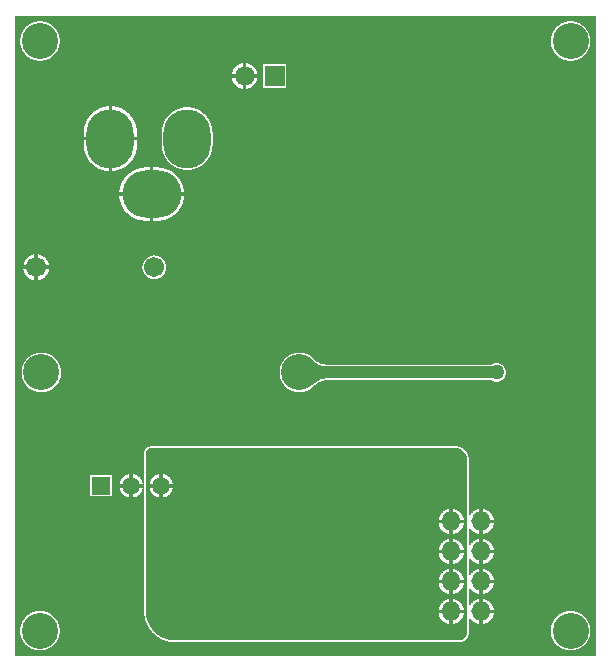
<source format=gbl>
G04*
G04 #@! TF.GenerationSoftware,Altium Limited,Altium Designer,19.1.8 (144)*
G04*
G04 Layer_Physical_Order=2*
G04 Layer_Color=16711680*
%FSLAX25Y25*%
%MOIN*%
G70*
G01*
G75*
%ADD44C,0.04000*%
%ADD47C,0.12000*%
%ADD48R,0.06600X0.06600*%
%ADD49C,0.06600*%
%ADD50O,0.06500X0.06400*%
%ADD51R,0.05937X0.05937*%
%ADD52C,0.05937*%
%ADD53O,0.15748X0.19685*%
%ADD54O,0.19685X0.15748*%
%ADD55C,0.06700*%
%ADD56C,0.05000*%
G36*
X195321Y215006D02*
X195321Y1529D01*
X1529Y1529D01*
X1529Y215006D01*
X195321Y215006D01*
D02*
G37*
%LPC*%
G36*
X10000Y213136D02*
X9775Y213133D01*
X9550Y213121D01*
X9325Y213102D01*
X9101Y213075D01*
X8878Y213040D01*
X8657Y212998D01*
X8437Y212949D01*
X8219Y212892D01*
X8003Y212827D01*
X7790Y212755D01*
X7578Y212676D01*
X7370Y212590D01*
X7165Y212497D01*
X6963Y212396D01*
X6765Y212289D01*
X6570Y212175D01*
X6380Y212055D01*
X6193Y211928D01*
X6011Y211795D01*
X5834Y211656D01*
X5662Y211511D01*
X5494Y211360D01*
X5332Y211203D01*
X5176Y211041D01*
X5025Y210874D01*
X4880Y210701D01*
X4740Y210524D01*
X4607Y210342D01*
X4480Y210156D01*
X4360Y209965D01*
X4246Y209771D01*
X4139Y209572D01*
X4039Y209370D01*
X3946Y209165D01*
X3859Y208957D01*
X3780Y208746D01*
X3708Y208532D01*
X3644Y208316D01*
X3587Y208098D01*
X3537Y207878D01*
X3495Y207657D01*
X3461Y207434D01*
X3434Y207210D01*
X3414Y206986D01*
X3403Y206761D01*
X3399Y206535D01*
X3403Y206310D01*
X3414Y206085D01*
X3434Y205860D01*
X3461Y205637D01*
X3495Y205414D01*
X3537Y205192D01*
X3587Y204973D01*
X3644Y204754D01*
X3708Y204538D01*
X3780Y204325D01*
X3859Y204114D01*
X3946Y203906D01*
X4039Y203700D01*
X4139Y203499D01*
X4246Y203300D01*
X4360Y203106D01*
X4480Y202915D01*
X4607Y202729D01*
X4740Y202547D01*
X4880Y202370D01*
X5025Y202197D01*
X5176Y202030D01*
X5332Y201868D01*
X5494Y201711D01*
X5662Y201560D01*
X5834Y201415D01*
X6011Y201276D01*
X6193Y201143D01*
X6380Y201016D01*
X6570Y200895D01*
X6765Y200782D01*
X6963Y200675D01*
X7165Y200574D01*
X7370Y200481D01*
X7578Y200395D01*
X7790Y200316D01*
X8003Y200244D01*
X8219Y200179D01*
X8437Y200122D01*
X8657Y200073D01*
X8878Y200030D01*
X9101Y199996D01*
X9325Y199969D01*
X9550Y199950D01*
X9775Y199938D01*
X10000Y199934D01*
X10225Y199938D01*
X10451Y199950D01*
X10675Y199969D01*
X10899Y199996D01*
X11122Y200030D01*
X11343Y200073D01*
X11563Y200122D01*
X11781Y200179D01*
X11997Y200244D01*
X12211Y200316D01*
X12422Y200395D01*
X12630Y200481D01*
X12835Y200574D01*
X13037Y200675D01*
X13235Y200782D01*
X13430Y200895D01*
X13620Y201016D01*
X13807Y201143D01*
X13988Y201276D01*
X14166Y201415D01*
X14338Y201560D01*
X14505Y201711D01*
X14668Y201868D01*
X14824Y202030D01*
X14975Y202197D01*
X15120Y202370D01*
X15260Y202547D01*
X15393Y202729D01*
X15520Y202915D01*
X15640Y203106D01*
X15754Y203300D01*
X15861Y203499D01*
X15961Y203700D01*
X16055Y203906D01*
X16141Y204114D01*
X16220Y204325D01*
X16292Y204538D01*
X16356Y204754D01*
X16413Y204973D01*
X16463Y205192D01*
X16505Y205414D01*
X16540Y205637D01*
X16566Y205860D01*
X16586Y206085D01*
X16597Y206310D01*
X16601Y206535D01*
X16597Y206761D01*
X16586Y206986D01*
X16566Y207210D01*
X16540Y207434D01*
X16505Y207657D01*
X16463Y207878D01*
X16413Y208098D01*
X16356Y208316D01*
X16292Y208532D01*
X16220Y208746D01*
X16141Y208957D01*
X16055Y209165D01*
X15961Y209370D01*
X15861Y209572D01*
X15754Y209771D01*
X15640Y209965D01*
X15520Y210156D01*
X15393Y210342D01*
X15260Y210524D01*
X15120Y210701D01*
X14975Y210874D01*
X14824Y211041D01*
X14668Y211203D01*
X14505Y211360D01*
X14338Y211511D01*
X14166Y211656D01*
X13988Y211795D01*
X13807Y211928D01*
X13620Y212055D01*
X13430Y212175D01*
X13235Y212289D01*
X13037Y212396D01*
X12835Y212497D01*
X12630Y212590D01*
X12422Y212676D01*
X12211Y212755D01*
X11997Y212827D01*
X11781Y212892D01*
X11563Y212949D01*
X11343Y212998D01*
X11122Y213040D01*
X10899Y213075D01*
X10675Y213102D01*
X10451Y213121D01*
X10225Y213133D01*
X10000Y213136D01*
D02*
G37*
G36*
X186850Y213136D02*
X186625Y213133D01*
X186400Y213121D01*
X186175Y213102D01*
X185951Y213075D01*
X185729Y213040D01*
X185507Y212998D01*
X185287Y212949D01*
X185069Y212892D01*
X184853Y212827D01*
X184640Y212755D01*
X184429Y212676D01*
X184221Y212590D01*
X184015Y212497D01*
X183814Y212396D01*
X183615Y212289D01*
X183421Y212175D01*
X183230Y212055D01*
X183044Y211928D01*
X182862Y211795D01*
X182685Y211656D01*
X182512Y211511D01*
X182345Y211360D01*
X182183Y211203D01*
X182026Y211041D01*
X181875Y210874D01*
X181730Y210701D01*
X181591Y210524D01*
X181457Y210342D01*
X181331Y210156D01*
X181210Y209965D01*
X181096Y209771D01*
X180990Y209572D01*
X180889Y209370D01*
X180796Y209165D01*
X180710Y208957D01*
X180631Y208746D01*
X180559Y208532D01*
X180494Y208316D01*
X180437Y208098D01*
X180387Y207878D01*
X180345Y207657D01*
X180311Y207434D01*
X180284Y207210D01*
X180265Y206986D01*
X180253Y206761D01*
X180249Y206535D01*
X180253Y206310D01*
X180265Y206085D01*
X180284Y205860D01*
X180311Y205637D01*
X180345Y205414D01*
X180387Y205192D01*
X180437Y204973D01*
X180494Y204754D01*
X180559Y204538D01*
X180631Y204325D01*
X180710Y204114D01*
X180796Y203906D01*
X180889Y203700D01*
X180990Y203499D01*
X181096Y203300D01*
X181210Y203106D01*
X181331Y202915D01*
X181457Y202729D01*
X181591Y202547D01*
X181730Y202370D01*
X181875Y202197D01*
X182026Y202030D01*
X182183Y201868D01*
X182345Y201711D01*
X182512Y201560D01*
X182685Y201415D01*
X182862Y201276D01*
X183044Y201143D01*
X183230Y201016D01*
X183421Y200895D01*
X183615Y200782D01*
X183814Y200675D01*
X184015Y200574D01*
X184221Y200481D01*
X184429Y200395D01*
X184640Y200316D01*
X184853Y200244D01*
X185069Y200179D01*
X185287Y200122D01*
X185507Y200073D01*
X185729Y200030D01*
X185951Y199996D01*
X186175Y199969D01*
X186400Y199950D01*
X186625Y199938D01*
X186850Y199934D01*
X187076Y199938D01*
X187301Y199950D01*
X187525Y199969D01*
X187749Y199996D01*
X187972Y200030D01*
X188193Y200073D01*
X188413Y200122D01*
X188631Y200179D01*
X188847Y200244D01*
X189061Y200316D01*
X189272Y200395D01*
X189480Y200481D01*
X189685Y200574D01*
X189887Y200675D01*
X190085Y200782D01*
X190280Y200895D01*
X190471Y201016D01*
X190657Y201143D01*
X190839Y201276D01*
X191016Y201415D01*
X191189Y201560D01*
X191356Y201711D01*
X191518Y201868D01*
X191675Y202030D01*
X191826Y202197D01*
X191971Y202370D01*
X192110Y202547D01*
X192243Y202729D01*
X192370Y202915D01*
X192490Y203106D01*
X192604Y203300D01*
X192711Y203499D01*
X192812Y203700D01*
X192905Y203906D01*
X192991Y204114D01*
X193070Y204325D01*
X193142Y204538D01*
X193207Y204754D01*
X193264Y204973D01*
X193313Y205192D01*
X193355Y205414D01*
X193390Y205637D01*
X193417Y205860D01*
X193436Y206085D01*
X193447Y206310D01*
X193451Y206535D01*
X193447Y206761D01*
X193436Y206986D01*
X193417Y207210D01*
X193390Y207434D01*
X193355Y207657D01*
X193313Y207878D01*
X193264Y208098D01*
X193207Y208316D01*
X193142Y208532D01*
X193070Y208746D01*
X192991Y208957D01*
X192905Y209165D01*
X192812Y209370D01*
X192711Y209572D01*
X192604Y209771D01*
X192490Y209965D01*
X192370Y210156D01*
X192243Y210342D01*
X192110Y210524D01*
X191971Y210701D01*
X191826Y210874D01*
X191675Y211041D01*
X191518Y211203D01*
X191356Y211360D01*
X191189Y211511D01*
X191016Y211656D01*
X190839Y211795D01*
X190657Y211928D01*
X190471Y212055D01*
X190280Y212175D01*
X190085Y212289D01*
X189887Y212396D01*
X189685Y212497D01*
X189480Y212590D01*
X189272Y212676D01*
X189061Y212755D01*
X188847Y212827D01*
X188631Y212892D01*
X188413Y212949D01*
X188193Y212998D01*
X187972Y213040D01*
X187749Y213075D01*
X187525Y213102D01*
X187301Y213121D01*
X187076Y213133D01*
X186850Y213136D01*
D02*
G37*
G36*
X78789Y199140D02*
Y195482D01*
X82447D01*
X82431Y195590D01*
X82398Y195765D01*
X82358Y195938D01*
X82311Y196109D01*
X82257Y196278D01*
X82196Y196445D01*
X82128Y196609D01*
X82053Y196771D01*
X81972Y196929D01*
X81884Y197083D01*
X81790Y197234D01*
X81689Y197381D01*
X81583Y197524D01*
X81471Y197662D01*
X81353Y197795D01*
X81230Y197923D01*
X81102Y198046D01*
X80969Y198164D01*
X80831Y198276D01*
X80688Y198382D01*
X80541Y198483D01*
X80391Y198577D01*
X80236Y198664D01*
X80078Y198746D01*
X79917Y198821D01*
X79752Y198889D01*
X79585Y198950D01*
X79416Y199004D01*
X79245Y199051D01*
X79072Y199091D01*
X78897Y199124D01*
X78789Y199140D01*
D02*
G37*
G36*
X77589D02*
X77481Y199124D01*
X77306Y199091D01*
X77133Y199051D01*
X76962Y199004D01*
X76793Y198950D01*
X76626Y198889D01*
X76461Y198821D01*
X76300Y198746D01*
X76142Y198664D01*
X75987Y198577D01*
X75837Y198483D01*
X75690Y198382D01*
X75547Y198276D01*
X75409Y198164D01*
X75276Y198046D01*
X75148Y197923D01*
X75025Y197795D01*
X74907Y197662D01*
X74795Y197524D01*
X74689Y197381D01*
X74588Y197234D01*
X74494Y197083D01*
X74406Y196929D01*
X74325Y196771D01*
X74250Y196609D01*
X74182Y196445D01*
X74121Y196278D01*
X74067Y196109D01*
X74020Y195938D01*
X73980Y195765D01*
X73947Y195590D01*
X73931Y195482D01*
X77589D01*
Y199140D01*
D02*
G37*
G36*
X92089Y198782D02*
X84289D01*
Y190982D01*
X92089D01*
Y198782D01*
D02*
G37*
G36*
X82447Y194282D02*
X78789D01*
Y190624D01*
X78897Y190640D01*
X79072Y190673D01*
X79245Y190713D01*
X79416Y190760D01*
X79585Y190814D01*
X79752Y190875D01*
X79917Y190943D01*
X80078Y191018D01*
X80236Y191099D01*
X80391Y191187D01*
X80541Y191281D01*
X80688Y191382D01*
X80831Y191488D01*
X80969Y191600D01*
X81102Y191718D01*
X81230Y191841D01*
X81353Y191969D01*
X81471Y192102D01*
X81583Y192240D01*
X81689Y192383D01*
X81790Y192529D01*
X81884Y192680D01*
X81972Y192835D01*
X82053Y192993D01*
X82128Y193154D01*
X82196Y193318D01*
X82257Y193485D01*
X82311Y193655D01*
X82358Y193826D01*
X82398Y193999D01*
X82431Y194174D01*
X82447Y194282D01*
D02*
G37*
G36*
X77589D02*
X73931D01*
X73947Y194174D01*
X73980Y193999D01*
X74020Y193826D01*
X74067Y193655D01*
X74121Y193485D01*
X74182Y193318D01*
X74250Y193154D01*
X74325Y192993D01*
X74406Y192835D01*
X74494Y192680D01*
X74588Y192529D01*
X74689Y192383D01*
X74795Y192240D01*
X74907Y192102D01*
X75025Y191969D01*
X75148Y191841D01*
X75276Y191718D01*
X75409Y191600D01*
X75547Y191488D01*
X75690Y191382D01*
X75837Y191281D01*
X75987Y191187D01*
X76142Y191099D01*
X76300Y191018D01*
X76461Y190943D01*
X76626Y190875D01*
X76793Y190814D01*
X76962Y190760D01*
X77133Y190713D01*
X77306Y190673D01*
X77481Y190640D01*
X77589Y190624D01*
Y194282D01*
D02*
G37*
G36*
X34065Y184838D02*
Y174616D01*
X42340D01*
Y175984D01*
X42336Y176242D01*
X42325Y176500D01*
X42306Y176758D01*
X42279Y177015D01*
X42246Y177270D01*
X42205Y177525D01*
X42156Y177779D01*
X42100Y178031D01*
X42037Y178281D01*
X41967Y178530D01*
X41889Y178776D01*
X41804Y179020D01*
X41712Y179261D01*
X41614Y179499D01*
X41508Y179735D01*
X41396Y179967D01*
X41276Y180196D01*
X41151Y180422D01*
X41018Y180643D01*
X40879Y180861D01*
X40734Y181075D01*
X40583Y181284D01*
X40426Y181489D01*
X40263Y181689D01*
X40094Y181884D01*
X39920Y182075D01*
X39740Y182260D01*
X39555Y182440D01*
X39365Y182614D01*
X39169Y182783D01*
X38969Y182946D01*
X38764Y183103D01*
X38555Y183254D01*
X38341Y183399D01*
X38124Y183538D01*
X37902Y183670D01*
X37677Y183796D01*
X37448Y183915D01*
X37215Y184028D01*
X36980Y184133D01*
X36741Y184232D01*
X36500Y184324D01*
X36256Y184409D01*
X36010Y184486D01*
X35762Y184557D01*
X35511Y184620D01*
X35259Y184676D01*
X35006Y184724D01*
X34751Y184766D01*
X34495Y184799D01*
X34238Y184825D01*
X34065Y184838D01*
D02*
G37*
G36*
X32865Y184838D02*
X32691Y184825D01*
X32434Y184799D01*
X32178Y184766D01*
X31923Y184724D01*
X31670Y184676D01*
X31418Y184620D01*
X31168Y184557D01*
X30919Y184486D01*
X30673Y184409D01*
X30429Y184324D01*
X30188Y184232D01*
X29949Y184133D01*
X29714Y184028D01*
X29482Y183915D01*
X29252Y183796D01*
X29027Y183670D01*
X28805Y183538D01*
X28588Y183399D01*
X28374Y183254D01*
X28165Y183103D01*
X27960Y182946D01*
X27760Y182783D01*
X27564Y182614D01*
X27374Y182440D01*
X27189Y182260D01*
X27009Y182075D01*
X26835Y181884D01*
X26666Y181689D01*
X26503Y181489D01*
X26346Y181284D01*
X26195Y181075D01*
X26050Y180861D01*
X25911Y180643D01*
X25779Y180422D01*
X25653Y180196D01*
X25534Y179967D01*
X25421Y179735D01*
X25315Y179499D01*
X25217Y179261D01*
X25125Y179020D01*
X25040Y178776D01*
X24962Y178530D01*
X24892Y178281D01*
X24829Y178031D01*
X24773Y177779D01*
X24724Y177525D01*
X24683Y177270D01*
X24650Y177015D01*
X24623Y176758D01*
X24605Y176500D01*
X24593Y176242D01*
X24590Y175984D01*
Y174616D01*
X32865D01*
Y184838D01*
D02*
G37*
G36*
X59055Y184459D02*
X58799Y184455D01*
X58543Y184444D01*
X58288Y184424D01*
X58034Y184397D01*
X57780Y184363D01*
X57528Y184320D01*
X57276Y184271D01*
X57027Y184213D01*
X56779Y184148D01*
X56534Y184075D01*
X56291Y183996D01*
X56050Y183908D01*
X55812Y183814D01*
X55577Y183713D01*
X55345Y183604D01*
X55117Y183489D01*
X54892Y183366D01*
X54671Y183237D01*
X54454Y183101D01*
X54241Y182959D01*
X54032Y182810D01*
X53828Y182656D01*
X53629Y182495D01*
X53435Y182328D01*
X53246Y182155D01*
X53062Y181977D01*
X52884Y181793D01*
X52711Y181604D01*
X52545Y181410D01*
X52384Y181211D01*
X52229Y181007D01*
X52080Y180799D01*
X51938Y180586D01*
X51802Y180369D01*
X51673Y180148D01*
X51551Y179923D01*
X51435Y179694D01*
X51327Y179463D01*
X51225Y179227D01*
X51131Y178990D01*
X51044Y178749D01*
X50964Y178506D01*
X50891Y178260D01*
X50826Y178013D01*
X50769Y177763D01*
X50719Y177512D01*
X50677Y177259D01*
X50642Y177006D01*
X50615Y176751D01*
X50596Y176496D01*
X50584Y176240D01*
X50580Y175984D01*
Y172047D01*
X50584Y171791D01*
X50596Y171536D01*
X50615Y171280D01*
X50642Y171026D01*
X50677Y170772D01*
X50719Y170520D01*
X50769Y170268D01*
X50826Y170019D01*
X50891Y169771D01*
X50964Y169526D01*
X51044Y169283D01*
X51131Y169042D01*
X51225Y168804D01*
X51327Y168569D01*
X51435Y168337D01*
X51551Y168109D01*
X51673Y167884D01*
X51802Y167663D01*
X51938Y167446D01*
X52080Y167233D01*
X52229Y167024D01*
X52384Y166821D01*
X52545Y166621D01*
X52711Y166427D01*
X52884Y166238D01*
X53062Y166054D01*
X53246Y165876D01*
X53435Y165704D01*
X53629Y165537D01*
X53828Y165376D01*
X54032Y165221D01*
X54241Y165073D01*
X54454Y164930D01*
X54671Y164795D01*
X54892Y164665D01*
X55117Y164543D01*
X55345Y164427D01*
X55577Y164319D01*
X55812Y164217D01*
X56050Y164123D01*
X56291Y164036D01*
X56534Y163956D01*
X56779Y163883D01*
X57027Y163819D01*
X57276Y163761D01*
X57528Y163711D01*
X57780Y163669D01*
X58034Y163634D01*
X58288Y163607D01*
X58543Y163588D01*
X58799Y163576D01*
X59055Y163572D01*
X59311Y163576D01*
X59567Y163588D01*
X59822Y163607D01*
X60077Y163634D01*
X60330Y163669D01*
X60583Y163711D01*
X60834Y163761D01*
X61083Y163819D01*
X61331Y163883D01*
X61576Y163956D01*
X61820Y164036D01*
X62060Y164123D01*
X62298Y164217D01*
X62533Y164319D01*
X62765Y164427D01*
X62994Y164543D01*
X63218Y164665D01*
X63440Y164795D01*
X63657Y164930D01*
X63870Y165073D01*
X64078Y165221D01*
X64282Y165376D01*
X64481Y165537D01*
X64675Y165704D01*
X64864Y165876D01*
X65048Y166054D01*
X65226Y166238D01*
X65399Y166427D01*
X65566Y166621D01*
X65727Y166821D01*
X65881Y167024D01*
X66030Y167233D01*
X66172Y167446D01*
X66308Y167663D01*
X66437Y167884D01*
X66559Y168109D01*
X66675Y168337D01*
X66783Y168569D01*
X66885Y168804D01*
X66979Y169042D01*
X67067Y169283D01*
X67146Y169526D01*
X67219Y169771D01*
X67284Y170019D01*
X67341Y170268D01*
X67391Y170520D01*
X67434Y170772D01*
X67468Y171026D01*
X67495Y171280D01*
X67515Y171536D01*
X67526Y171791D01*
X67530Y172047D01*
Y175984D01*
X67526Y176240D01*
X67515Y176496D01*
X67495Y176751D01*
X67468Y177006D01*
X67434Y177259D01*
X67391Y177512D01*
X67341Y177763D01*
X67284Y178013D01*
X67219Y178260D01*
X67146Y178506D01*
X67067Y178749D01*
X66979Y178990D01*
X66885Y179227D01*
X66783Y179463D01*
X66675Y179694D01*
X66559Y179923D01*
X66437Y180148D01*
X66308Y180369D01*
X66172Y180586D01*
X66030Y180799D01*
X65881Y181007D01*
X65727Y181211D01*
X65566Y181410D01*
X65399Y181604D01*
X65226Y181793D01*
X65048Y181977D01*
X64864Y182155D01*
X64675Y182328D01*
X64481Y182495D01*
X64282Y182656D01*
X64078Y182810D01*
X63870Y182959D01*
X63657Y183101D01*
X63440Y183237D01*
X63218Y183366D01*
X62994Y183489D01*
X62765Y183604D01*
X62533Y183713D01*
X62298Y183814D01*
X62060Y183908D01*
X61820Y183996D01*
X61576Y184075D01*
X61331Y184148D01*
X61083Y184213D01*
X60834Y184271D01*
X60583Y184320D01*
X60330Y184363D01*
X60077Y184397D01*
X59822Y184424D01*
X59567Y184444D01*
X59311Y184455D01*
X59055Y184459D01*
D02*
G37*
G36*
X42340Y173416D02*
X34065D01*
Y163193D01*
X34238Y163206D01*
X34495Y163232D01*
X34751Y163266D01*
X35006Y163307D01*
X35259Y163356D01*
X35511Y163411D01*
X35762Y163475D01*
X36010Y163545D01*
X36256Y163623D01*
X36500Y163707D01*
X36741Y163799D01*
X36980Y163898D01*
X37215Y164004D01*
X37448Y164116D01*
X37677Y164235D01*
X37902Y164361D01*
X38124Y164494D01*
X38341Y164632D01*
X38555Y164777D01*
X38764Y164928D01*
X38969Y165086D01*
X39169Y165249D01*
X39365Y165417D01*
X39555Y165592D01*
X39740Y165772D01*
X39920Y165957D01*
X40094Y166147D01*
X40263Y166342D01*
X40426Y166543D01*
X40583Y166747D01*
X40734Y166957D01*
X40879Y167170D01*
X41018Y167388D01*
X41151Y167610D01*
X41276Y167835D01*
X41396Y168064D01*
X41508Y168297D01*
X41614Y168532D01*
X41712Y168771D01*
X41804Y169012D01*
X41889Y169256D01*
X41967Y169502D01*
X42037Y169750D01*
X42100Y170001D01*
X42156Y170253D01*
X42205Y170506D01*
X42246Y170761D01*
X42279Y171017D01*
X42306Y171274D01*
X42325Y171531D01*
X42336Y171789D01*
X42340Y172047D01*
Y173416D01*
D02*
G37*
G36*
X32865D02*
X24590D01*
Y172047D01*
X24593Y171789D01*
X24605Y171531D01*
X24623Y171274D01*
X24650Y171017D01*
X24683Y170761D01*
X24724Y170506D01*
X24773Y170253D01*
X24829Y170001D01*
X24892Y169750D01*
X24962Y169502D01*
X25040Y169256D01*
X25125Y169012D01*
X25217Y168771D01*
X25315Y168532D01*
X25421Y168297D01*
X25534Y168064D01*
X25653Y167835D01*
X25779Y167610D01*
X25911Y167388D01*
X26050Y167170D01*
X26195Y166957D01*
X26346Y166747D01*
X26503Y166543D01*
X26666Y166342D01*
X26835Y166147D01*
X27009Y165957D01*
X27189Y165772D01*
X27374Y165592D01*
X27564Y165417D01*
X27760Y165249D01*
X27960Y165086D01*
X28165Y164928D01*
X28374Y164777D01*
X28588Y164632D01*
X28805Y164494D01*
X29027Y164361D01*
X29252Y164235D01*
X29482Y164116D01*
X29714Y164004D01*
X29949Y163898D01*
X30188Y163799D01*
X30429Y163707D01*
X30673Y163623D01*
X30919Y163545D01*
X31168Y163475D01*
X31418Y163411D01*
X31670Y163356D01*
X31923Y163307D01*
X32178Y163266D01*
X32434Y163232D01*
X32691Y163206D01*
X32865Y163193D01*
Y173416D01*
D02*
G37*
G36*
X49213Y164387D02*
X47844D01*
Y156112D01*
X58066D01*
X58054Y156285D01*
X58028Y156542D01*
X57994Y156798D01*
X57953Y157053D01*
X57904Y157306D01*
X57848Y157558D01*
X57785Y157809D01*
X57715Y158057D01*
X57637Y158303D01*
X57552Y158547D01*
X57460Y158788D01*
X57362Y159027D01*
X57256Y159263D01*
X57144Y159495D01*
X57024Y159724D01*
X56899Y159949D01*
X56766Y160171D01*
X56628Y160389D01*
X56483Y160602D01*
X56331Y160811D01*
X56174Y161016D01*
X56011Y161216D01*
X55842Y161412D01*
X55668Y161602D01*
X55488Y161787D01*
X55303Y161967D01*
X55113Y162142D01*
X54917Y162310D01*
X54717Y162473D01*
X54512Y162630D01*
X54303Y162782D01*
X54089Y162927D01*
X53872Y163065D01*
X53650Y163198D01*
X53425Y163323D01*
X53196Y163443D01*
X52963Y163555D01*
X52728Y163661D01*
X52489Y163760D01*
X52248Y163851D01*
X52004Y163936D01*
X51758Y164014D01*
X51510Y164084D01*
X51259Y164147D01*
X51007Y164203D01*
X50754Y164252D01*
X50499Y164293D01*
X50243Y164327D01*
X49986Y164353D01*
X49729Y164372D01*
X49471Y164383D01*
X49213Y164387D01*
D02*
G37*
G36*
X46644D02*
X45276D01*
X45017Y164383D01*
X44760Y164372D01*
X44502Y164353D01*
X44245Y164327D01*
X43989Y164293D01*
X43734Y164252D01*
X43481Y164203D01*
X43229Y164147D01*
X42979Y164084D01*
X42730Y164014D01*
X42484Y163936D01*
X42240Y163851D01*
X41999Y163760D01*
X41760Y163661D01*
X41525Y163555D01*
X41293Y163443D01*
X41064Y163323D01*
X40838Y163198D01*
X40617Y163065D01*
X40399Y162927D01*
X40185Y162782D01*
X39976Y162630D01*
X39771Y162473D01*
X39571Y162310D01*
X39376Y162142D01*
X39185Y161967D01*
X39000Y161787D01*
X38820Y161602D01*
X38646Y161412D01*
X38477Y161216D01*
X38314Y161016D01*
X38157Y160811D01*
X38006Y160602D01*
X37861Y160389D01*
X37722Y160171D01*
X37590Y159949D01*
X37464Y159724D01*
X37345Y159495D01*
X37232Y159263D01*
X37126Y159027D01*
X37028Y158788D01*
X36936Y158547D01*
X36851Y158303D01*
X36773Y158057D01*
X36703Y157809D01*
X36640Y157558D01*
X36584Y157306D01*
X36536Y157053D01*
X36494Y156798D01*
X36461Y156542D01*
X36434Y156285D01*
X36422Y156112D01*
X46644D01*
Y164387D01*
D02*
G37*
G36*
X58066Y154912D02*
X47844D01*
Y146637D01*
X49213D01*
X49471Y146641D01*
X49729Y146652D01*
X49986Y146671D01*
X50243Y146697D01*
X50499Y146730D01*
X50754Y146772D01*
X51007Y146820D01*
X51259Y146876D01*
X51510Y146939D01*
X51758Y147010D01*
X52004Y147087D01*
X52248Y147172D01*
X52489Y147264D01*
X52728Y147363D01*
X52963Y147468D01*
X53196Y147581D01*
X53425Y147700D01*
X53650Y147826D01*
X53872Y147958D01*
X54089Y148097D01*
X54303Y148242D01*
X54512Y148393D01*
X54717Y148550D01*
X54917Y148713D01*
X55113Y148882D01*
X55303Y149056D01*
X55488Y149236D01*
X55668Y149421D01*
X55842Y149612D01*
X56011Y149807D01*
X56174Y150007D01*
X56331Y150212D01*
X56483Y150421D01*
X56628Y150635D01*
X56766Y150853D01*
X56899Y151074D01*
X57024Y151300D01*
X57144Y151529D01*
X57256Y151761D01*
X57362Y151997D01*
X57460Y152235D01*
X57552Y152476D01*
X57637Y152720D01*
X57715Y152966D01*
X57785Y153215D01*
X57848Y153465D01*
X57904Y153717D01*
X57953Y153971D01*
X57994Y154226D01*
X58028Y154481D01*
X58054Y154738D01*
X58066Y154912D01*
D02*
G37*
G36*
X46644D02*
X36422D01*
X36434Y154738D01*
X36461Y154481D01*
X36494Y154226D01*
X36536Y153971D01*
X36584Y153717D01*
X36640Y153465D01*
X36703Y153215D01*
X36773Y152966D01*
X36851Y152720D01*
X36936Y152476D01*
X37028Y152235D01*
X37126Y151997D01*
X37232Y151761D01*
X37345Y151529D01*
X37464Y151300D01*
X37590Y151074D01*
X37722Y150853D01*
X37861Y150635D01*
X38006Y150421D01*
X38157Y150212D01*
X38314Y150007D01*
X38477Y149807D01*
X38646Y149612D01*
X38820Y149421D01*
X39000Y149236D01*
X39185Y149056D01*
X39376Y148882D01*
X39571Y148713D01*
X39771Y148550D01*
X39976Y148393D01*
X40185Y148242D01*
X40399Y148097D01*
X40617Y147958D01*
X40838Y147826D01*
X41064Y147700D01*
X41293Y147581D01*
X41525Y147468D01*
X41760Y147363D01*
X41999Y147264D01*
X42240Y147172D01*
X42484Y147087D01*
X42730Y147010D01*
X42979Y146939D01*
X43229Y146876D01*
X43481Y146820D01*
X43734Y146772D01*
X43989Y146730D01*
X44245Y146697D01*
X44502Y146671D01*
X44760Y146652D01*
X45017Y146641D01*
X45276Y146637D01*
X46644D01*
Y154912D01*
D02*
G37*
G36*
X9340Y135411D02*
Y131702D01*
X13049D01*
X13032Y131818D01*
X12999Y131995D01*
X12958Y132170D01*
X12910Y132344D01*
X12855Y132515D01*
X12793Y132684D01*
X12725Y132850D01*
X12649Y133013D01*
X12567Y133173D01*
X12478Y133329D01*
X12383Y133482D01*
X12281Y133631D01*
X12174Y133775D01*
X12060Y133914D01*
X11941Y134049D01*
X11817Y134179D01*
X11687Y134303D01*
X11552Y134423D01*
X11413Y134536D01*
X11268Y134643D01*
X11120Y134745D01*
X10967Y134840D01*
X10811Y134929D01*
X10651Y135011D01*
X10488Y135087D01*
X10322Y135156D01*
X10153Y135217D01*
X9982Y135272D01*
X9808Y135320D01*
X9633Y135361D01*
X9456Y135394D01*
X9340Y135411D01*
D02*
G37*
G36*
X8140D02*
X8024Y135394D01*
X7847Y135361D01*
X7672Y135320D01*
X7499Y135272D01*
X7327Y135217D01*
X7159Y135156D01*
X6992Y135087D01*
X6829Y135011D01*
X6669Y134929D01*
X6513Y134840D01*
X6360Y134745D01*
X6212Y134643D01*
X6068Y134536D01*
X5928Y134423D01*
X5793Y134303D01*
X5664Y134179D01*
X5539Y134049D01*
X5420Y133914D01*
X5307Y133775D01*
X5199Y133631D01*
X5098Y133482D01*
X5003Y133329D01*
X4914Y133173D01*
X4831Y133013D01*
X4756Y132850D01*
X4687Y132684D01*
X4625Y132515D01*
X4570Y132344D01*
X4522Y132170D01*
X4482Y131995D01*
X4449Y131818D01*
X4432Y131702D01*
X8140D01*
Y135411D01*
D02*
G37*
G36*
X48110Y135053D02*
X47938Y135049D01*
X47766Y135038D01*
X47594Y135020D01*
X47424Y134993D01*
X47255Y134960D01*
X47088Y134919D01*
X46922Y134870D01*
X46759Y134815D01*
X46598Y134753D01*
X46441Y134683D01*
X46286Y134607D01*
X46135Y134524D01*
X45987Y134434D01*
X45844Y134339D01*
X45705Y134237D01*
X45571Y134129D01*
X45441Y134015D01*
X45316Y133896D01*
X45197Y133772D01*
X45084Y133642D01*
X44976Y133508D01*
X44874Y133369D01*
X44778Y133225D01*
X44689Y133078D01*
X44606Y132927D01*
X44530Y132772D01*
X44460Y132614D01*
X44398Y132454D01*
X44342Y132290D01*
X44294Y132125D01*
X44253Y131957D01*
X44219Y131788D01*
X44193Y131618D01*
X44174Y131447D01*
X44163Y131275D01*
X44159Y131102D01*
X44163Y130930D01*
X44174Y130758D01*
X44193Y130587D01*
X44219Y130416D01*
X44253Y130247D01*
X44294Y130080D01*
X44342Y129914D01*
X44398Y129751D01*
X44460Y129590D01*
X44530Y129433D01*
X44606Y129278D01*
X44689Y129127D01*
X44778Y128980D01*
X44874Y128836D01*
X44976Y128697D01*
X45084Y128563D01*
X45197Y128433D01*
X45316Y128309D01*
X45441Y128189D01*
X45571Y128076D01*
X45705Y127968D01*
X45844Y127866D01*
X45987Y127770D01*
X46135Y127681D01*
X46286Y127598D01*
X46441Y127522D01*
X46598Y127452D01*
X46759Y127390D01*
X46922Y127334D01*
X47088Y127286D01*
X47255Y127245D01*
X47424Y127211D01*
X47594Y127185D01*
X47766Y127166D01*
X47938Y127155D01*
X48110Y127151D01*
X48283Y127155D01*
X48455Y127166D01*
X48626Y127185D01*
X48796Y127211D01*
X48965Y127245D01*
X49133Y127286D01*
X49298Y127334D01*
X49461Y127390D01*
X49622Y127452D01*
X49780Y127522D01*
X49935Y127598D01*
X50086Y127681D01*
X50233Y127770D01*
X50376Y127866D01*
X50515Y127968D01*
X50650Y128076D01*
X50779Y128189D01*
X50904Y128309D01*
X51023Y128433D01*
X51137Y128563D01*
X51245Y128697D01*
X51347Y128836D01*
X51442Y128980D01*
X51532Y129127D01*
X51615Y129278D01*
X51691Y129433D01*
X51760Y129590D01*
X51823Y129751D01*
X51878Y129914D01*
X51926Y130080D01*
X51968Y130247D01*
X52001Y130416D01*
X52027Y130587D01*
X52046Y130758D01*
X52057Y130930D01*
X52061Y131102D01*
X52057Y131275D01*
X52046Y131447D01*
X52027Y131618D01*
X52001Y131788D01*
X51968Y131957D01*
X51926Y132125D01*
X51878Y132290D01*
X51823Y132454D01*
X51760Y132614D01*
X51691Y132772D01*
X51615Y132927D01*
X51532Y133078D01*
X51442Y133225D01*
X51347Y133369D01*
X51245Y133508D01*
X51137Y133642D01*
X51023Y133772D01*
X50904Y133896D01*
X50779Y134015D01*
X50650Y134129D01*
X50515Y134237D01*
X50376Y134339D01*
X50233Y134434D01*
X50086Y134524D01*
X49935Y134607D01*
X49780Y134683D01*
X49622Y134753D01*
X49461Y134815D01*
X49298Y134870D01*
X49133Y134919D01*
X48965Y134960D01*
X48796Y134993D01*
X48626Y135020D01*
X48455Y135038D01*
X48283Y135049D01*
X48110Y135053D01*
D02*
G37*
G36*
X13049Y130502D02*
X9340D01*
Y126794D01*
X9456Y126811D01*
X9633Y126844D01*
X9808Y126885D01*
X9982Y126932D01*
X10153Y126987D01*
X10322Y127049D01*
X10488Y127118D01*
X10651Y127193D01*
X10811Y127276D01*
X10967Y127365D01*
X11120Y127460D01*
X11268Y127561D01*
X11413Y127669D01*
X11552Y127782D01*
X11687Y127901D01*
X11817Y128026D01*
X11941Y128156D01*
X12060Y128290D01*
X12174Y128430D01*
X12281Y128574D01*
X12383Y128723D01*
X12478Y128875D01*
X12567Y129032D01*
X12649Y129192D01*
X12725Y129355D01*
X12793Y129521D01*
X12855Y129690D01*
X12910Y129861D01*
X12958Y130034D01*
X12999Y130210D01*
X13032Y130386D01*
X13049Y130502D01*
D02*
G37*
G36*
X8140D02*
X4432D01*
X4449Y130386D01*
X4482Y130210D01*
X4522Y130034D01*
X4570Y129861D01*
X4625Y129690D01*
X4687Y129521D01*
X4756Y129355D01*
X4831Y129192D01*
X4914Y129032D01*
X5003Y128875D01*
X5098Y128723D01*
X5199Y128574D01*
X5307Y128430D01*
X5420Y128290D01*
X5539Y128156D01*
X5664Y128026D01*
X5793Y127901D01*
X5928Y127782D01*
X6068Y127669D01*
X6212Y127561D01*
X6360Y127460D01*
X6513Y127365D01*
X6669Y127276D01*
X6829Y127193D01*
X6992Y127118D01*
X7159Y127049D01*
X7327Y126987D01*
X7499Y126932D01*
X7672Y126885D01*
X7847Y126844D01*
X8024Y126811D01*
X8140Y126794D01*
Y130502D01*
D02*
G37*
G36*
X96457Y102664D02*
X96231Y102660D01*
X96006Y102649D01*
X95782Y102629D01*
X95558Y102603D01*
X95335Y102568D01*
X95114Y102526D01*
X94894Y102476D01*
X94676Y102419D01*
X94460Y102355D01*
X94246Y102283D01*
X94035Y102204D01*
X93827Y102118D01*
X93622Y102024D01*
X93420Y101924D01*
X93221Y101817D01*
X93027Y101703D01*
X92836Y101583D01*
X92650Y101456D01*
X92468Y101323D01*
X92291Y101183D01*
X92119Y101038D01*
X91951Y100887D01*
X91789Y100731D01*
X91632Y100568D01*
X91482Y100401D01*
X91336Y100229D01*
X91197Y100051D01*
X91064Y99870D01*
X90937Y99683D01*
X90817Y99493D01*
X90703Y99298D01*
X90596Y99100D01*
X90496Y98898D01*
X90402Y98693D01*
X90316Y98485D01*
X90237Y98273D01*
X90165Y98060D01*
X90101Y97844D01*
X90043Y97626D01*
X89994Y97406D01*
X89952Y97185D01*
X89917Y96962D01*
X89890Y96738D01*
X89871Y96513D01*
X89860Y96288D01*
X89856Y96063D01*
X89860Y95838D01*
X89871Y95613D01*
X89890Y95388D01*
X89917Y95164D01*
X89952Y94941D01*
X89994Y94720D01*
X90043Y94500D01*
X90101Y94282D01*
X90165Y94066D01*
X90237Y93853D01*
X90316Y93641D01*
X90402Y93433D01*
X90496Y93228D01*
X90596Y93026D01*
X90703Y92828D01*
X90817Y92633D01*
X90937Y92443D01*
X91064Y92256D01*
X91197Y92075D01*
X91336Y91897D01*
X91482Y91725D01*
X91632Y91558D01*
X91789Y91395D01*
X91951Y91239D01*
X92119Y91088D01*
X92291Y90943D01*
X92468Y90803D01*
X92650Y90670D01*
X92836Y90543D01*
X93027Y90423D01*
X93221Y90309D01*
X93420Y90202D01*
X93622Y90102D01*
X93827Y90008D01*
X94035Y89922D01*
X94246Y89843D01*
X94460Y89771D01*
X94676Y89707D01*
X94894Y89650D01*
X95114Y89600D01*
X95335Y89558D01*
X95558Y89524D01*
X95782Y89497D01*
X96006Y89477D01*
X96231Y89466D01*
X96457Y89462D01*
X96682Y89466D01*
X96907Y89477D01*
X97132Y89497D01*
X97356Y89524D01*
X97578Y89558D01*
X97800Y89600D01*
X98020Y89650D01*
X98238Y89707D01*
X98454Y89771D01*
X98667Y89843D01*
X98878Y89922D01*
X99086Y90008D01*
X99292Y90102D01*
X99494Y90202D01*
X99692Y90309D01*
X99886Y90423D01*
X100077Y90543D01*
X100263Y90670D01*
X100445Y90803D01*
X100622Y90943D01*
X100795Y91088D01*
X100962Y91239D01*
X101124Y91395D01*
X101154Y91426D01*
X101156Y91428D01*
X101579Y91832D01*
X101997Y92178D01*
X102424Y92481D01*
X102860Y92743D01*
X103306Y92963D01*
X103763Y93142D01*
X104231Y93282D01*
X104711Y93382D01*
X105205Y93441D01*
X105727Y93462D01*
X160518D01*
X160610Y93403D01*
X160743Y93328D01*
X160879Y93260D01*
X161018Y93198D01*
X161160Y93143D01*
X161305Y93096D01*
X161451Y93055D01*
X161600Y93022D01*
X161750Y92996D01*
X161901Y92977D01*
X162053Y92966D01*
X162205Y92962D01*
X162357Y92966D01*
X162509Y92977D01*
X162660Y92996D01*
X162810Y93022D01*
X162958Y93055D01*
X163105Y93096D01*
X163249Y93143D01*
X163391Y93198D01*
X163531Y93260D01*
X163666Y93328D01*
X163799Y93403D01*
X163927Y93485D01*
X164052Y93572D01*
X164172Y93666D01*
X164287Y93765D01*
X164397Y93870D01*
X164502Y93980D01*
X164602Y94096D01*
X164695Y94216D01*
X164783Y94340D01*
X164865Y94469D01*
X164939Y94601D01*
X165008Y94737D01*
X165070Y94876D01*
X165124Y95018D01*
X165172Y95163D01*
X165213Y95310D01*
X165246Y95458D01*
X165272Y95608D01*
X165291Y95759D01*
X165302Y95911D01*
X165306Y96063D01*
X165302Y96215D01*
X165291Y96367D01*
X165272Y96518D01*
X165246Y96668D01*
X165213Y96816D01*
X165172Y96963D01*
X165124Y97108D01*
X165070Y97250D01*
X165008Y97389D01*
X164939Y97525D01*
X164865Y97657D01*
X164783Y97786D01*
X164695Y97910D01*
X164602Y98030D01*
X164502Y98146D01*
X164397Y98256D01*
X164287Y98361D01*
X164172Y98460D01*
X164052Y98554D01*
X163927Y98641D01*
X163799Y98723D01*
X163666Y98798D01*
X163531Y98866D01*
X163391Y98928D01*
X163249Y98983D01*
X163105Y99030D01*
X162958Y99071D01*
X162810Y99104D01*
X162660Y99130D01*
X162509Y99149D01*
X162357Y99160D01*
X162205Y99164D01*
X162053Y99160D01*
X161901Y99149D01*
X161750Y99130D01*
X161600Y99104D01*
X161451Y99071D01*
X161305Y99030D01*
X161160Y98983D01*
X161018Y98928D01*
X160879Y98866D01*
X160743Y98798D01*
X160610Y98723D01*
X160518Y98664D01*
X105727D01*
X105205Y98685D01*
X104711Y98744D01*
X104231Y98844D01*
X103763Y98984D01*
X103306Y99163D01*
X102860Y99383D01*
X102424Y99645D01*
X101997Y99948D01*
X101579Y100294D01*
X101156Y100698D01*
X101154Y100700D01*
X101124Y100731D01*
X100962Y100887D01*
X100795Y101038D01*
X100622Y101183D01*
X100445Y101323D01*
X100263Y101456D01*
X100077Y101583D01*
X99886Y101703D01*
X99692Y101817D01*
X99494Y101924D01*
X99292Y102024D01*
X99086Y102118D01*
X98878Y102204D01*
X98667Y102283D01*
X98454Y102355D01*
X98238Y102419D01*
X98020Y102476D01*
X97800Y102526D01*
X97578Y102568D01*
X97356Y102603D01*
X97132Y102629D01*
X96907Y102649D01*
X96682Y102660D01*
X96457Y102664D01*
D02*
G37*
G36*
X10457D02*
X10231Y102660D01*
X10006Y102649D01*
X9782Y102629D01*
X9558Y102603D01*
X9335Y102568D01*
X9114Y102526D01*
X8894Y102476D01*
X8676Y102419D01*
X8460Y102355D01*
X8246Y102283D01*
X8035Y102204D01*
X7827Y102118D01*
X7622Y102024D01*
X7420Y101924D01*
X7221Y101817D01*
X7027Y101703D01*
X6836Y101583D01*
X6650Y101456D01*
X6468Y101323D01*
X6291Y101183D01*
X6118Y101038D01*
X5951Y100887D01*
X5789Y100731D01*
X5632Y100568D01*
X5482Y100401D01*
X5336Y100229D01*
X5197Y100051D01*
X5064Y99870D01*
X4937Y99683D01*
X4817Y99493D01*
X4703Y99298D01*
X4596Y99100D01*
X4496Y98898D01*
X4402Y98693D01*
X4316Y98485D01*
X4237Y98273D01*
X4165Y98060D01*
X4101Y97844D01*
X4043Y97626D01*
X3994Y97406D01*
X3952Y97185D01*
X3917Y96962D01*
X3890Y96738D01*
X3871Y96513D01*
X3860Y96288D01*
X3856Y96063D01*
X3860Y95838D01*
X3871Y95613D01*
X3890Y95388D01*
X3917Y95164D01*
X3952Y94941D01*
X3994Y94720D01*
X4043Y94500D01*
X4101Y94282D01*
X4165Y94066D01*
X4237Y93853D01*
X4316Y93641D01*
X4402Y93433D01*
X4496Y93228D01*
X4596Y93026D01*
X4703Y92828D01*
X4817Y92633D01*
X4937Y92443D01*
X5064Y92256D01*
X5197Y92075D01*
X5336Y91897D01*
X5482Y91725D01*
X5632Y91558D01*
X5789Y91395D01*
X5951Y91239D01*
X6118Y91088D01*
X6291Y90943D01*
X6468Y90803D01*
X6650Y90670D01*
X6836Y90543D01*
X7027Y90423D01*
X7221Y90309D01*
X7420Y90202D01*
X7622Y90102D01*
X7827Y90008D01*
X8035Y89922D01*
X8246Y89843D01*
X8460Y89771D01*
X8676Y89707D01*
X8894Y89650D01*
X9114Y89600D01*
X9335Y89558D01*
X9558Y89524D01*
X9782Y89497D01*
X10006Y89477D01*
X10231Y89466D01*
X10457Y89462D01*
X10682Y89466D01*
X10907Y89477D01*
X11132Y89497D01*
X11355Y89524D01*
X11578Y89558D01*
X11800Y89600D01*
X12020Y89650D01*
X12238Y89707D01*
X12454Y89771D01*
X12667Y89843D01*
X12878Y89922D01*
X13086Y90008D01*
X13292Y90102D01*
X13494Y90202D01*
X13692Y90309D01*
X13886Y90423D01*
X14077Y90543D01*
X14263Y90670D01*
X14445Y90803D01*
X14623Y90943D01*
X14795Y91088D01*
X14962Y91239D01*
X15124Y91395D01*
X15281Y91558D01*
X15432Y91725D01*
X15577Y91897D01*
X15716Y92075D01*
X15849Y92256D01*
X15976Y92443D01*
X16097Y92633D01*
X16210Y92828D01*
X16318Y93026D01*
X16418Y93228D01*
X16511Y93433D01*
X16597Y93641D01*
X16677Y93853D01*
X16748Y94066D01*
X16813Y94282D01*
X16870Y94500D01*
X16920Y94720D01*
X16962Y94941D01*
X16996Y95164D01*
X17023Y95388D01*
X17042Y95613D01*
X17054Y95838D01*
X17058Y96063D01*
X17054Y96288D01*
X17042Y96513D01*
X17023Y96738D01*
X16996Y96962D01*
X16962Y97185D01*
X16920Y97406D01*
X16870Y97626D01*
X16813Y97844D01*
X16748Y98060D01*
X16677Y98273D01*
X16597Y98485D01*
X16511Y98693D01*
X16418Y98898D01*
X16318Y99100D01*
X16210Y99298D01*
X16097Y99493D01*
X15976Y99683D01*
X15849Y99870D01*
X15716Y100051D01*
X15577Y100229D01*
X15432Y100401D01*
X15281Y100568D01*
X15124Y100731D01*
X14962Y100887D01*
X14795Y101038D01*
X14623Y101183D01*
X14445Y101323D01*
X14263Y101456D01*
X14077Y101583D01*
X13886Y101703D01*
X13692Y101817D01*
X13494Y101924D01*
X13292Y102024D01*
X13086Y102118D01*
X12878Y102204D01*
X12667Y102283D01*
X12454Y102355D01*
X12238Y102419D01*
X12020Y102476D01*
X11800Y102526D01*
X11578Y102568D01*
X11355Y102603D01*
X11132Y102629D01*
X10907Y102649D01*
X10682Y102660D01*
X10457Y102664D01*
D02*
G37*
G36*
X40994Y62191D02*
Y58868D01*
X44317D01*
X44303Y58957D01*
X44269Y59127D01*
X44228Y59295D01*
X44179Y59461D01*
X44124Y59625D01*
X44061Y59787D01*
X43991Y59945D01*
X43915Y60101D01*
X43831Y60252D01*
X43742Y60400D01*
X43645Y60545D01*
X43543Y60684D01*
X43435Y60819D01*
X43320Y60949D01*
X43200Y61075D01*
X43075Y61194D01*
X42945Y61308D01*
X42810Y61417D01*
X42671Y61519D01*
X42527Y61616D01*
X42378Y61705D01*
X42227Y61789D01*
X42071Y61865D01*
X41913Y61935D01*
X41751Y61998D01*
X41587Y62053D01*
X41421Y62102D01*
X41253Y62143D01*
X41083Y62177D01*
X40994Y62191D01*
D02*
G37*
G36*
X39794D02*
X39704Y62177D01*
X39535Y62143D01*
X39366Y62102D01*
X39200Y62053D01*
X39036Y61998D01*
X38875Y61935D01*
X38716Y61865D01*
X38561Y61789D01*
X38409Y61705D01*
X38261Y61616D01*
X38117Y61519D01*
X37977Y61417D01*
X37842Y61308D01*
X37712Y61194D01*
X37587Y61075D01*
X37467Y60949D01*
X37353Y60819D01*
X37244Y60684D01*
X37142Y60545D01*
X37046Y60400D01*
X36956Y60252D01*
X36873Y60101D01*
X36796Y59945D01*
X36726Y59787D01*
X36664Y59625D01*
X36608Y59461D01*
X36560Y59295D01*
X36518Y59127D01*
X36485Y58957D01*
X36471Y58868D01*
X39794D01*
Y62191D01*
D02*
G37*
G36*
X33962Y61836D02*
X26825D01*
Y54699D01*
X33962D01*
Y61836D01*
D02*
G37*
G36*
X44317Y57668D02*
X40994D01*
Y54345D01*
X41083Y54359D01*
X41253Y54392D01*
X41421Y54434D01*
X41587Y54482D01*
X41751Y54538D01*
X41913Y54600D01*
X42071Y54670D01*
X42227Y54747D01*
X42378Y54830D01*
X42527Y54920D01*
X42671Y55016D01*
X42810Y55119D01*
X42945Y55227D01*
X43075Y55341D01*
X43200Y55461D01*
X43320Y55586D01*
X43435Y55716D01*
X43543Y55851D01*
X43645Y55991D01*
X43742Y56135D01*
X43831Y56283D01*
X43915Y56435D01*
X43991Y56590D01*
X44061Y56749D01*
X44124Y56910D01*
X44179Y57074D01*
X44228Y57240D01*
X44269Y57409D01*
X44303Y57578D01*
X44317Y57668D01*
D02*
G37*
G36*
X39794D02*
X36471D01*
X36485Y57578D01*
X36518Y57409D01*
X36560Y57240D01*
X36608Y57074D01*
X36664Y56910D01*
X36726Y56749D01*
X36796Y56590D01*
X36873Y56435D01*
X36956Y56283D01*
X37046Y56135D01*
X37142Y55991D01*
X37244Y55851D01*
X37353Y55716D01*
X37467Y55586D01*
X37587Y55461D01*
X37712Y55341D01*
X37842Y55227D01*
X37977Y55119D01*
X38117Y55016D01*
X38261Y54920D01*
X38409Y54830D01*
X38561Y54747D01*
X38716Y54670D01*
X38875Y54600D01*
X39036Y54538D01*
X39200Y54482D01*
X39366Y54434D01*
X39535Y54392D01*
X39704Y54359D01*
X39794Y54345D01*
Y57668D01*
D02*
G37*
G36*
X157687Y50543D02*
Y46978D01*
X161294D01*
X161274Y47107D01*
X161238Y47287D01*
X161195Y47465D01*
X161143Y47641D01*
X161084Y47815D01*
X161018Y47986D01*
X160944Y48153D01*
X160863Y48318D01*
X160775Y48478D01*
X160680Y48635D01*
X160578Y48788D01*
X160469Y48935D01*
X160355Y49078D01*
X160234Y49216D01*
X160107Y49349D01*
X159975Y49475D01*
X159837Y49596D01*
X159694Y49711D01*
X159546Y49819D01*
X159394Y49921D01*
X159237Y50016D01*
X159076Y50104D01*
X158912Y50185D01*
X158744Y50259D01*
X158573Y50326D01*
X158400Y50384D01*
X158224Y50436D01*
X158046Y50479D01*
X157866Y50515D01*
X157687Y50543D01*
D02*
G37*
G36*
X148511Y71467D02*
X47189D01*
X47172Y71466D01*
X47155D01*
X47045Y71460D01*
X47028Y71458D01*
X47011Y71457D01*
X46902Y71445D01*
X46885Y71442D01*
X46868Y71440D01*
X46759Y71421D01*
X46743Y71418D01*
X46726Y71415D01*
X46619Y71390D01*
X46602Y71386D01*
X46586Y71382D01*
X46480Y71351D01*
X46464Y71346D01*
X46448Y71341D01*
X46343Y71305D01*
X46328Y71298D01*
X46312Y71293D01*
X46210Y71250D01*
X46195Y71243D01*
X46179Y71237D01*
X46079Y71189D01*
X46065Y71180D01*
X46049Y71173D01*
X45953Y71120D01*
X45939Y71111D01*
X45924Y71103D01*
X45830Y71044D01*
X45817Y71034D01*
X45802Y71025D01*
X45712Y70961D01*
X45699Y70951D01*
X45685Y70941D01*
X45599Y70872D01*
X45586Y70861D01*
X45573Y70850D01*
X45491Y70777D01*
X45479Y70765D01*
X45466Y70754D01*
X45388Y70675D01*
X45377Y70663D01*
X45365Y70651D01*
X45291Y70569D01*
X45281Y70555D01*
X45270Y70543D01*
X45201Y70456D01*
X45191Y70443D01*
X45180Y70430D01*
X45117Y70340D01*
X45108Y70325D01*
X45098Y70311D01*
X45039Y70218D01*
X45031Y70203D01*
X45022Y70189D01*
X44969Y70092D01*
X44961Y70077D01*
X44953Y70062D01*
X44905Y69963D01*
X44899Y69947D01*
X44891Y69932D01*
X44849Y69830D01*
X44844Y69814D01*
X44837Y69798D01*
X44801Y69694D01*
X44796Y69678D01*
X44790Y69662D01*
X44760Y69556D01*
X44756Y69539D01*
X44751Y69523D01*
X44727Y69415D01*
X44724Y69399D01*
X44720Y69383D01*
X44702Y69274D01*
X44700Y69257D01*
X44697Y69240D01*
X44685Y69130D01*
X44684Y69114D01*
X44682Y69097D01*
X44676Y68986D01*
Y68970D01*
X44675Y68953D01*
Y68898D01*
Y16693D01*
Y16553D01*
X44675Y16544D01*
X44675Y16536D01*
X44683Y16255D01*
X44683Y16247D01*
Y16239D01*
X44699Y15958D01*
X44700Y15950D01*
X44700Y15942D01*
X44724Y15662D01*
X44725Y15654D01*
X44726Y15645D01*
X44757Y15367D01*
X44758Y15358D01*
X44759Y15350D01*
X44798Y15072D01*
X44800Y15064D01*
X44801Y15055D01*
X44848Y14779D01*
X44850Y14771D01*
X44851Y14762D01*
X44906Y14487D01*
X44908Y14479D01*
X44909Y14471D01*
X44972Y14197D01*
X44974Y14189D01*
X44976Y14181D01*
X45046Y13909D01*
X45048Y13901D01*
X45050Y13893D01*
X45128Y13623D01*
X45131Y13615D01*
X45133Y13607D01*
X45218Y13340D01*
X45221Y13332D01*
X45223Y13324D01*
X45316Y13059D01*
X45319Y13051D01*
X45322Y13043D01*
X45422Y12781D01*
X45425Y12774D01*
X45428Y12766D01*
X45535Y12506D01*
X45539Y12499D01*
X45542Y12491D01*
X45656Y12235D01*
X45660Y12228D01*
X45664Y12220D01*
X45785Y11967D01*
X45789Y11960D01*
X45793Y11952D01*
X45922Y11703D01*
X45926Y11695D01*
X45930Y11688D01*
X46065Y11442D01*
X46070Y11435D01*
X46074Y11428D01*
X46216Y11186D01*
X46221Y11179D01*
X46225Y11172D01*
X46374Y10934D01*
X46379Y10927D01*
X46383Y10920D01*
X46539Y10687D01*
X46544Y10680D01*
X46549Y10673D01*
X46711Y10444D01*
X46716Y10437D01*
X46721Y10430D01*
X46890Y10206D01*
X46895Y10200D01*
X46900Y10193D01*
X47075Y9974D01*
X47080Y9967D01*
X47086Y9961D01*
X47267Y9746D01*
X47272Y9740D01*
X47278Y9734D01*
X47464Y9524D01*
X47471Y9518D01*
X47476Y9512D01*
X47669Y9308D01*
X47675Y9302D01*
X47680Y9296D01*
X47879Y9098D01*
X47885Y9092D01*
X47891Y9086D01*
X48095Y8893D01*
X48101Y8888D01*
X48107Y8882D01*
X48316Y8695D01*
X48323Y8690D01*
X48329Y8684D01*
X48543Y8503D01*
X48550Y8498D01*
X48556Y8492D01*
X48776Y8317D01*
X48783Y8313D01*
X48789Y8307D01*
X49013Y8138D01*
X49020Y8134D01*
X49027Y8128D01*
X49255Y7966D01*
X49263Y7961D01*
X49269Y7956D01*
X49503Y7801D01*
X49510Y7796D01*
X49517Y7791D01*
X49754Y7642D01*
X49762Y7638D01*
X49769Y7633D01*
X50010Y7491D01*
X50018Y7487D01*
X50025Y7483D01*
X50270Y7347D01*
X50278Y7343D01*
X50285Y7339D01*
X50535Y7210D01*
X50542Y7207D01*
X50550Y7203D01*
X50802Y7081D01*
X50810Y7078D01*
X50818Y7074D01*
X51074Y6959D01*
X51082Y6956D01*
X51089Y6953D01*
X51348Y6845D01*
X51356Y6842D01*
X51364Y6839D01*
X51626Y6739D01*
X51634Y6736D01*
X51642Y6733D01*
X51907Y6640D01*
X51915Y6638D01*
X51923Y6635D01*
X52190Y6550D01*
X52198Y6548D01*
X52206Y6545D01*
X52476Y6467D01*
X52484Y6466D01*
X52492Y6463D01*
X52763Y6393D01*
X52772Y6391D01*
X52780Y6389D01*
X53053Y6327D01*
X53062Y6325D01*
X53070Y6323D01*
X53345Y6268D01*
X53353Y6267D01*
X53362Y6265D01*
X53638Y6218D01*
X53646Y6217D01*
X53655Y6216D01*
X53933Y6176D01*
X53941Y6176D01*
X53949Y6174D01*
X54228Y6143D01*
X54237Y6142D01*
X54245Y6141D01*
X54524Y6118D01*
X54533Y6117D01*
X54541Y6117D01*
X54821Y6101D01*
X54830D01*
X54838Y6100D01*
X55119Y6092D01*
X55127Y6092D01*
X55135Y6092D01*
X149674D01*
X149689Y6093D01*
X149703Y6093D01*
X149838Y6099D01*
X149853Y6101D01*
X149868Y6101D01*
X150003Y6115D01*
X150017Y6117D01*
X150032Y6118D01*
X150166Y6138D01*
X150180Y6141D01*
X150195Y6143D01*
X150328Y6170D01*
X150342Y6173D01*
X150356Y6176D01*
X150487Y6209D01*
X150502Y6213D01*
X150516Y6217D01*
X150645Y6256D01*
X150659Y6261D01*
X150673Y6265D01*
X150801Y6311D01*
X150814Y6317D01*
X150828Y6322D01*
X150953Y6373D01*
X150967Y6380D01*
X150980Y6385D01*
X151103Y6443D01*
X151116Y6450D01*
X151129Y6456D01*
X151248Y6520D01*
X151261Y6528D01*
X151274Y6535D01*
X151390Y6604D01*
X151402Y6613D01*
X151415Y6620D01*
X151528Y6695D01*
X151539Y6704D01*
X151552Y6712D01*
X151660Y6793D01*
X151672Y6802D01*
X151684Y6811D01*
X151788Y6897D01*
X151799Y6907D01*
X151810Y6916D01*
X151911Y7007D01*
X151921Y7017D01*
X151932Y7027D01*
X152028Y7123D01*
X152038Y7134D01*
X152048Y7144D01*
X152139Y7245D01*
X152148Y7256D01*
X152158Y7267D01*
X152244Y7372D01*
X152253Y7384D01*
X152262Y7395D01*
X152343Y7503D01*
X152351Y7516D01*
X152360Y7528D01*
X152435Y7640D01*
X152443Y7653D01*
X152451Y7665D01*
X152520Y7781D01*
X152527Y7794D01*
X152535Y7807D01*
X152599Y7926D01*
X152605Y7939D01*
X152612Y7952D01*
X152670Y8075D01*
X152675Y8088D01*
X152682Y8102D01*
X152734Y8227D01*
X152738Y8241D01*
X152744Y8254D01*
X152790Y8382D01*
X152794Y8396D01*
X152799Y8410D01*
X152838Y8539D01*
X152842Y8553D01*
X152846Y8568D01*
X152879Y8699D01*
X152882Y8713D01*
X152885Y8728D01*
X152912Y8860D01*
X152914Y8875D01*
X152917Y8889D01*
X152937Y9023D01*
X152938Y9038D01*
X152940Y9052D01*
X152954Y9187D01*
X152954Y9202D01*
X152956Y9217D01*
X152962Y9352D01*
X152962Y9366D01*
X152963Y9381D01*
Y9449D01*
Y15354D01*
X152979Y15291D01*
X153030Y15115D01*
X153089Y14941D01*
X153155Y14770D01*
X153229Y14603D01*
X153310Y14438D01*
X153398Y14277D01*
X153493Y14121D01*
X153595Y13968D01*
X153704Y13821D01*
X153819Y13678D01*
X153939Y13540D01*
X154066Y13407D01*
X154199Y13281D01*
X154336Y13160D01*
X154479Y13045D01*
X154627Y12937D01*
X154779Y12835D01*
X154936Y12740D01*
X155097Y12652D01*
X155261Y12571D01*
X155429Y12497D01*
X155600Y12430D01*
X155773Y12371D01*
X155949Y12320D01*
X156127Y12276D01*
X156307Y12241D01*
X156487Y12213D01*
Y16378D01*
Y20543D01*
X156307Y20515D01*
X156127Y20479D01*
X155949Y20436D01*
X155773Y20384D01*
X155600Y20326D01*
X155429Y20259D01*
X155261Y20185D01*
X155097Y20104D01*
X154936Y20016D01*
X154779Y19921D01*
X154627Y19819D01*
X154479Y19711D01*
X154336Y19596D01*
X154199Y19475D01*
X154066Y19349D01*
X153939Y19216D01*
X153819Y19078D01*
X153704Y18935D01*
X153595Y18788D01*
X153493Y18635D01*
X153398Y18478D01*
X153310Y18318D01*
X153229Y18153D01*
X153155Y17986D01*
X153089Y17815D01*
X153030Y17641D01*
X152979Y17465D01*
X152963Y17402D01*
Y25354D01*
X152979Y25291D01*
X153030Y25115D01*
X153089Y24941D01*
X153155Y24770D01*
X153229Y24602D01*
X153310Y24438D01*
X153398Y24277D01*
X153493Y24121D01*
X153595Y23968D01*
X153704Y23821D01*
X153819Y23678D01*
X153939Y23540D01*
X154066Y23407D01*
X154199Y23281D01*
X154336Y23160D01*
X154479Y23045D01*
X154627Y22937D01*
X154779Y22835D01*
X154936Y22740D01*
X155097Y22652D01*
X155261Y22571D01*
X155429Y22497D01*
X155600Y22430D01*
X155773Y22371D01*
X155949Y22320D01*
X156127Y22276D01*
X156307Y22241D01*
X156487Y22213D01*
Y26378D01*
Y30543D01*
X156307Y30515D01*
X156127Y30479D01*
X155949Y30436D01*
X155773Y30384D01*
X155600Y30326D01*
X155429Y30259D01*
X155261Y30185D01*
X155097Y30104D01*
X154936Y30016D01*
X154779Y29921D01*
X154627Y29819D01*
X154479Y29711D01*
X154336Y29596D01*
X154199Y29475D01*
X154066Y29348D01*
X153939Y29216D01*
X153819Y29078D01*
X153704Y28935D01*
X153595Y28787D01*
X153493Y28635D01*
X153398Y28478D01*
X153310Y28318D01*
X153229Y28153D01*
X153155Y27986D01*
X153089Y27815D01*
X153030Y27641D01*
X152979Y27465D01*
X152963Y27402D01*
Y35354D01*
X152979Y35291D01*
X153030Y35115D01*
X153089Y34941D01*
X153155Y34770D01*
X153229Y34602D01*
X153310Y34438D01*
X153398Y34277D01*
X153493Y34121D01*
X153595Y33968D01*
X153704Y33821D01*
X153819Y33678D01*
X153939Y33540D01*
X154066Y33407D01*
X154199Y33281D01*
X154336Y33160D01*
X154479Y33045D01*
X154627Y32937D01*
X154779Y32835D01*
X154936Y32740D01*
X155097Y32652D01*
X155261Y32570D01*
X155429Y32497D01*
X155600Y32430D01*
X155773Y32371D01*
X155949Y32320D01*
X156127Y32276D01*
X156307Y32241D01*
X156487Y32213D01*
Y36378D01*
Y40543D01*
X156307Y40515D01*
X156127Y40479D01*
X155949Y40436D01*
X155773Y40385D01*
X155600Y40326D01*
X155429Y40259D01*
X155261Y40185D01*
X155097Y40104D01*
X154936Y40016D01*
X154779Y39921D01*
X154627Y39819D01*
X154479Y39711D01*
X154336Y39596D01*
X154199Y39475D01*
X154066Y39349D01*
X153939Y39216D01*
X153819Y39078D01*
X153704Y38935D01*
X153595Y38787D01*
X153493Y38635D01*
X153398Y38478D01*
X153310Y38318D01*
X153229Y38153D01*
X153155Y37986D01*
X153089Y37815D01*
X153030Y37641D01*
X152979Y37465D01*
X152963Y37402D01*
Y45354D01*
X152979Y45291D01*
X153030Y45115D01*
X153089Y44941D01*
X153155Y44770D01*
X153229Y44603D01*
X153310Y44438D01*
X153398Y44277D01*
X153493Y44121D01*
X153595Y43968D01*
X153704Y43821D01*
X153819Y43678D01*
X153939Y43540D01*
X154066Y43407D01*
X154199Y43281D01*
X154336Y43160D01*
X154479Y43045D01*
X154627Y42937D01*
X154779Y42835D01*
X154936Y42740D01*
X155097Y42652D01*
X155261Y42570D01*
X155429Y42497D01*
X155600Y42430D01*
X155773Y42371D01*
X155949Y42320D01*
X156127Y42276D01*
X156307Y42241D01*
X156487Y42213D01*
Y46378D01*
Y50543D01*
X156307Y50515D01*
X156127Y50479D01*
X155949Y50436D01*
X155773Y50384D01*
X155600Y50326D01*
X155429Y50259D01*
X155261Y50185D01*
X155097Y50104D01*
X154936Y50016D01*
X154779Y49921D01*
X154627Y49819D01*
X154479Y49711D01*
X154336Y49596D01*
X154199Y49475D01*
X154066Y49349D01*
X153939Y49216D01*
X153819Y49078D01*
X153704Y48935D01*
X153595Y48788D01*
X153493Y48635D01*
X153398Y48478D01*
X153310Y48318D01*
X153229Y48153D01*
X153155Y47986D01*
X153089Y47815D01*
X153030Y47641D01*
X152979Y47465D01*
X152963Y47401D01*
Y66929D01*
Y67015D01*
X152962Y67028D01*
X152963Y67041D01*
X152955Y67213D01*
X152954Y67226D01*
X152953Y67239D01*
X152938Y67410D01*
X152936Y67423D01*
X152936Y67436D01*
X152913Y67607D01*
X152911Y67620D01*
X152909Y67633D01*
X152879Y67802D01*
X152876Y67814D01*
X152874Y67827D01*
X152837Y67995D01*
X152833Y68008D01*
X152831Y68021D01*
X152786Y68187D01*
X152782Y68199D01*
X152779Y68212D01*
X152727Y68376D01*
X152723Y68388D01*
X152719Y68401D01*
X152660Y68562D01*
X152655Y68574D01*
X152651Y68586D01*
X152585Y68745D01*
X152579Y68757D01*
X152574Y68769D01*
X152502Y68925D01*
X152496Y68936D01*
X152490Y68948D01*
X152411Y69101D01*
X152404Y69112D01*
X152398Y69124D01*
X152312Y69273D01*
X152305Y69283D01*
X152299Y69295D01*
X152206Y69440D01*
X152199Y69450D01*
X152192Y69462D01*
X152093Y69602D01*
X152085Y69613D01*
X152078Y69624D01*
X151973Y69760D01*
X151965Y69770D01*
X151957Y69780D01*
X151846Y69912D01*
X151837Y69921D01*
X151829Y69932D01*
X151713Y70058D01*
X151704Y70067D01*
X151695Y70077D01*
X151573Y70199D01*
X151564Y70207D01*
X151554Y70217D01*
X151428Y70333D01*
X151418Y70341D01*
X151408Y70350D01*
X151276Y70461D01*
X151266Y70468D01*
X151256Y70477D01*
X151120Y70582D01*
X151109Y70589D01*
X151098Y70597D01*
X150958Y70696D01*
X150947Y70703D01*
X150936Y70710D01*
X150791Y70803D01*
X150779Y70809D01*
X150769Y70816D01*
X150620Y70902D01*
X150608Y70908D01*
X150597Y70915D01*
X150444Y70994D01*
X150432Y70999D01*
X150421Y71006D01*
X150265Y71078D01*
X150253Y71083D01*
X150241Y71089D01*
X150082Y71154D01*
X150070Y71159D01*
X150058Y71164D01*
X149897Y71223D01*
X149884Y71227D01*
X149872Y71231D01*
X149708Y71283D01*
X149695Y71286D01*
X149683Y71290D01*
X149517Y71335D01*
X149504Y71337D01*
X149491Y71341D01*
X149323Y71378D01*
X149311Y71380D01*
X149298Y71383D01*
X149129Y71413D01*
X149116Y71415D01*
X149103Y71417D01*
X148932Y71439D01*
X148919Y71441D01*
X148906Y71442D01*
X148735Y71457D01*
X148722Y71458D01*
X148709Y71459D01*
X148537Y71466D01*
X148524Y71466D01*
X148511Y71467D01*
D02*
G37*
G36*
X161294Y45778D02*
X157687D01*
Y42213D01*
X157866Y42241D01*
X158046Y42276D01*
X158224Y42320D01*
X158400Y42371D01*
X158573Y42430D01*
X158744Y42497D01*
X158912Y42570D01*
X159076Y42652D01*
X159237Y42740D01*
X159394Y42835D01*
X159546Y42937D01*
X159694Y43045D01*
X159837Y43160D01*
X159975Y43281D01*
X160107Y43407D01*
X160234Y43540D01*
X160355Y43678D01*
X160469Y43821D01*
X160578Y43968D01*
X160680Y44121D01*
X160775Y44277D01*
X160863Y44438D01*
X160944Y44603D01*
X161018Y44770D01*
X161084Y44941D01*
X161143Y45115D01*
X161195Y45291D01*
X161238Y45469D01*
X161274Y45649D01*
X161294Y45778D01*
D02*
G37*
G36*
X157687Y40543D02*
Y36978D01*
X161294D01*
X161274Y37108D01*
X161238Y37287D01*
X161195Y37465D01*
X161143Y37641D01*
X161084Y37815D01*
X161018Y37986D01*
X160944Y38153D01*
X160863Y38318D01*
X160775Y38478D01*
X160680Y38635D01*
X160578Y38787D01*
X160469Y38935D01*
X160355Y39078D01*
X160234Y39216D01*
X160107Y39349D01*
X159975Y39475D01*
X159837Y39596D01*
X159694Y39711D01*
X159546Y39819D01*
X159394Y39921D01*
X159237Y40016D01*
X159076Y40104D01*
X158912Y40185D01*
X158744Y40259D01*
X158573Y40326D01*
X158400Y40385D01*
X158224Y40436D01*
X158046Y40479D01*
X157866Y40515D01*
X157687Y40543D01*
D02*
G37*
G36*
X161294Y35778D02*
X157687D01*
Y32213D01*
X157866Y32241D01*
X158046Y32276D01*
X158224Y32320D01*
X158400Y32371D01*
X158573Y32430D01*
X158744Y32497D01*
X158912Y32570D01*
X159076Y32652D01*
X159237Y32740D01*
X159394Y32835D01*
X159546Y32937D01*
X159694Y33045D01*
X159837Y33160D01*
X159975Y33281D01*
X160107Y33407D01*
X160234Y33540D01*
X160355Y33678D01*
X160469Y33821D01*
X160578Y33968D01*
X160680Y34121D01*
X160775Y34277D01*
X160863Y34438D01*
X160944Y34602D01*
X161018Y34770D01*
X161084Y34941D01*
X161143Y35115D01*
X161195Y35291D01*
X161238Y35469D01*
X161274Y35649D01*
X161294Y35778D01*
D02*
G37*
G36*
X157687Y30543D02*
Y26978D01*
X161294D01*
X161274Y27108D01*
X161238Y27287D01*
X161195Y27465D01*
X161143Y27641D01*
X161084Y27815D01*
X161018Y27986D01*
X160944Y28153D01*
X160863Y28318D01*
X160775Y28478D01*
X160680Y28635D01*
X160578Y28787D01*
X160469Y28935D01*
X160355Y29078D01*
X160234Y29216D01*
X160107Y29348D01*
X159975Y29475D01*
X159837Y29596D01*
X159694Y29711D01*
X159546Y29819D01*
X159394Y29921D01*
X159237Y30016D01*
X159076Y30104D01*
X158912Y30185D01*
X158744Y30259D01*
X158573Y30326D01*
X158400Y30384D01*
X158224Y30436D01*
X158046Y30479D01*
X157866Y30515D01*
X157687Y30543D01*
D02*
G37*
G36*
X161294Y25778D02*
X157687D01*
Y22213D01*
X157866Y22241D01*
X158046Y22276D01*
X158224Y22320D01*
X158400Y22371D01*
X158573Y22430D01*
X158744Y22497D01*
X158912Y22571D01*
X159076Y22652D01*
X159237Y22740D01*
X159394Y22835D01*
X159546Y22937D01*
X159694Y23045D01*
X159837Y23160D01*
X159975Y23281D01*
X160107Y23407D01*
X160234Y23540D01*
X160355Y23678D01*
X160469Y23821D01*
X160578Y23968D01*
X160680Y24121D01*
X160775Y24277D01*
X160863Y24438D01*
X160944Y24602D01*
X161018Y24770D01*
X161084Y24941D01*
X161143Y25115D01*
X161195Y25291D01*
X161238Y25469D01*
X161274Y25648D01*
X161294Y25778D01*
D02*
G37*
G36*
X157687Y20543D02*
Y16978D01*
X161294D01*
X161274Y17108D01*
X161238Y17287D01*
X161195Y17465D01*
X161143Y17641D01*
X161084Y17815D01*
X161018Y17986D01*
X160944Y18153D01*
X160863Y18318D01*
X160775Y18478D01*
X160680Y18635D01*
X160578Y18788D01*
X160469Y18935D01*
X160355Y19078D01*
X160234Y19216D01*
X160107Y19349D01*
X159975Y19475D01*
X159837Y19596D01*
X159694Y19711D01*
X159546Y19819D01*
X159394Y19921D01*
X159237Y20016D01*
X159076Y20104D01*
X158912Y20185D01*
X158744Y20259D01*
X158573Y20326D01*
X158400Y20384D01*
X158224Y20436D01*
X158046Y20479D01*
X157866Y20515D01*
X157687Y20543D01*
D02*
G37*
G36*
X161294Y15778D02*
X157687D01*
Y12213D01*
X157866Y12241D01*
X158046Y12276D01*
X158224Y12320D01*
X158400Y12371D01*
X158573Y12430D01*
X158744Y12497D01*
X158912Y12571D01*
X159076Y12652D01*
X159237Y12740D01*
X159394Y12835D01*
X159546Y12937D01*
X159694Y13045D01*
X159837Y13160D01*
X159975Y13281D01*
X160107Y13407D01*
X160234Y13540D01*
X160355Y13678D01*
X160469Y13821D01*
X160578Y13968D01*
X160680Y14121D01*
X160775Y14277D01*
X160863Y14438D01*
X160944Y14603D01*
X161018Y14770D01*
X161084Y14941D01*
X161143Y15115D01*
X161195Y15291D01*
X161238Y15469D01*
X161274Y15648D01*
X161294Y15778D01*
D02*
G37*
G36*
X186850Y16601D02*
X186625Y16597D01*
X186400Y16586D01*
X186175Y16566D01*
X185952Y16540D01*
X185729Y16505D01*
X185507Y16463D01*
X185287Y16413D01*
X185070Y16356D01*
X184853Y16292D01*
X184640Y16220D01*
X184429Y16141D01*
X184221Y16055D01*
X184015Y15961D01*
X183814Y15861D01*
X183615Y15754D01*
X183421Y15640D01*
X183230Y15520D01*
X183044Y15393D01*
X182862Y15260D01*
X182685Y15120D01*
X182512Y14975D01*
X182345Y14824D01*
X182183Y14668D01*
X182026Y14505D01*
X181875Y14338D01*
X181730Y14166D01*
X181591Y13988D01*
X181458Y13807D01*
X181331Y13620D01*
X181210Y13430D01*
X181097Y13235D01*
X180990Y13037D01*
X180889Y12835D01*
X180796Y12630D01*
X180710Y12422D01*
X180631Y12211D01*
X180559Y11997D01*
X180494Y11781D01*
X180437Y11563D01*
X180387Y11343D01*
X180345Y11122D01*
X180311Y10899D01*
X180284Y10675D01*
X180265Y10451D01*
X180253Y10225D01*
X180249Y10000D01*
X180253Y9775D01*
X180265Y9550D01*
X180284Y9325D01*
X180311Y9101D01*
X180345Y8878D01*
X180387Y8657D01*
X180437Y8437D01*
X180494Y8219D01*
X180559Y8003D01*
X180631Y7790D01*
X180710Y7578D01*
X180796Y7370D01*
X180889Y7165D01*
X180990Y6963D01*
X181097Y6765D01*
X181210Y6570D01*
X181331Y6380D01*
X181458Y6193D01*
X181591Y6011D01*
X181730Y5834D01*
X181875Y5662D01*
X182026Y5494D01*
X182183Y5332D01*
X182345Y5176D01*
X182512Y5025D01*
X182685Y4880D01*
X182862Y4740D01*
X183044Y4607D01*
X183230Y4480D01*
X183421Y4360D01*
X183615Y4246D01*
X183814Y4139D01*
X184015Y4039D01*
X184221Y3946D01*
X184429Y3859D01*
X184640Y3780D01*
X184853Y3708D01*
X185070Y3644D01*
X185287Y3587D01*
X185507Y3537D01*
X185729Y3495D01*
X185952Y3461D01*
X186175Y3434D01*
X186400Y3414D01*
X186625Y3403D01*
X186850Y3399D01*
X187076Y3403D01*
X187301Y3414D01*
X187525Y3434D01*
X187749Y3461D01*
X187972Y3495D01*
X188193Y3537D01*
X188413Y3587D01*
X188631Y3644D01*
X188847Y3708D01*
X189061Y3780D01*
X189272Y3859D01*
X189480Y3946D01*
X189685Y4039D01*
X189887Y4139D01*
X190086Y4246D01*
X190280Y4360D01*
X190471Y4480D01*
X190657Y4607D01*
X190839Y4740D01*
X191016Y4880D01*
X191189Y5025D01*
X191356Y5176D01*
X191518Y5332D01*
X191675Y5494D01*
X191826Y5662D01*
X191971Y5834D01*
X192110Y6011D01*
X192243Y6193D01*
X192370Y6380D01*
X192490Y6570D01*
X192604Y6765D01*
X192711Y6963D01*
X192812Y7165D01*
X192905Y7370D01*
X192991Y7578D01*
X193070Y7790D01*
X193142Y8003D01*
X193207Y8219D01*
X193264Y8437D01*
X193313Y8657D01*
X193355Y8878D01*
X193390Y9101D01*
X193417Y9325D01*
X193436Y9550D01*
X193447Y9775D01*
X193451Y10000D01*
X193447Y10225D01*
X193436Y10451D01*
X193417Y10675D01*
X193390Y10899D01*
X193355Y11122D01*
X193313Y11343D01*
X193264Y11563D01*
X193207Y11781D01*
X193142Y11997D01*
X193070Y12211D01*
X192991Y12422D01*
X192905Y12630D01*
X192812Y12835D01*
X192711Y13037D01*
X192604Y13235D01*
X192490Y13430D01*
X192370Y13620D01*
X192243Y13807D01*
X192110Y13988D01*
X191971Y14166D01*
X191826Y14338D01*
X191675Y14505D01*
X191518Y14668D01*
X191356Y14824D01*
X191189Y14975D01*
X191016Y15120D01*
X190839Y15260D01*
X190657Y15393D01*
X190471Y15520D01*
X190280Y15640D01*
X190086Y15754D01*
X189887Y15861D01*
X189685Y15961D01*
X189480Y16055D01*
X189272Y16141D01*
X189061Y16220D01*
X188847Y16292D01*
X188631Y16356D01*
X188413Y16413D01*
X188193Y16463D01*
X187972Y16505D01*
X187749Y16540D01*
X187525Y16566D01*
X187301Y16586D01*
X187076Y16597D01*
X186850Y16601D01*
D02*
G37*
G36*
X10000D02*
X9775Y16597D01*
X9550Y16586D01*
X9325Y16566D01*
X9101Y16540D01*
X8878Y16505D01*
X8657Y16463D01*
X8437Y16413D01*
X8219Y16356D01*
X8003Y16292D01*
X7790Y16220D01*
X7578Y16141D01*
X7370Y16055D01*
X7165Y15961D01*
X6963Y15861D01*
X6765Y15754D01*
X6570Y15640D01*
X6380Y15520D01*
X6193Y15393D01*
X6011Y15260D01*
X5834Y15120D01*
X5662Y14975D01*
X5494Y14824D01*
X5332Y14668D01*
X5176Y14505D01*
X5025Y14338D01*
X4880Y14166D01*
X4740Y13988D01*
X4607Y13807D01*
X4480Y13620D01*
X4360Y13430D01*
X4246Y13235D01*
X4139Y13037D01*
X4039Y12835D01*
X3946Y12630D01*
X3859Y12422D01*
X3780Y12211D01*
X3708Y11997D01*
X3644Y11781D01*
X3587Y11563D01*
X3537Y11343D01*
X3495Y11122D01*
X3461Y10899D01*
X3434Y10675D01*
X3414Y10451D01*
X3403Y10225D01*
X3399Y10000D01*
X3403Y9775D01*
X3414Y9550D01*
X3434Y9325D01*
X3461Y9101D01*
X3495Y8878D01*
X3537Y8657D01*
X3587Y8437D01*
X3644Y8219D01*
X3708Y8003D01*
X3780Y7790D01*
X3859Y7578D01*
X3946Y7370D01*
X4039Y7165D01*
X4139Y6963D01*
X4246Y6765D01*
X4360Y6570D01*
X4480Y6380D01*
X4607Y6193D01*
X4740Y6011D01*
X4880Y5834D01*
X5025Y5662D01*
X5176Y5494D01*
X5332Y5332D01*
X5494Y5176D01*
X5662Y5025D01*
X5834Y4880D01*
X6011Y4740D01*
X6193Y4607D01*
X6380Y4480D01*
X6570Y4360D01*
X6765Y4246D01*
X6963Y4139D01*
X7165Y4039D01*
X7370Y3946D01*
X7578Y3859D01*
X7790Y3780D01*
X8003Y3708D01*
X8219Y3644D01*
X8437Y3587D01*
X8657Y3537D01*
X8878Y3495D01*
X9101Y3461D01*
X9325Y3434D01*
X9550Y3414D01*
X9775Y3403D01*
X10000Y3399D01*
X10225Y3403D01*
X10451Y3414D01*
X10675Y3434D01*
X10899Y3461D01*
X11122Y3495D01*
X11343Y3537D01*
X11563Y3587D01*
X11781Y3644D01*
X11997Y3708D01*
X12211Y3780D01*
X12422Y3859D01*
X12630Y3946D01*
X12835Y4039D01*
X13037Y4139D01*
X13235Y4246D01*
X13430Y4360D01*
X13620Y4480D01*
X13807Y4607D01*
X13988Y4740D01*
X14166Y4880D01*
X14338Y5025D01*
X14505Y5176D01*
X14668Y5332D01*
X14824Y5494D01*
X14975Y5662D01*
X15120Y5834D01*
X15260Y6011D01*
X15393Y6193D01*
X15520Y6380D01*
X15640Y6570D01*
X15754Y6765D01*
X15861Y6963D01*
X15961Y7165D01*
X16055Y7370D01*
X16141Y7578D01*
X16220Y7790D01*
X16292Y8003D01*
X16356Y8219D01*
X16413Y8437D01*
X16463Y8657D01*
X16505Y8878D01*
X16540Y9101D01*
X16566Y9325D01*
X16586Y9550D01*
X16597Y9775D01*
X16601Y10000D01*
X16597Y10225D01*
X16586Y10451D01*
X16566Y10675D01*
X16540Y10899D01*
X16505Y11122D01*
X16463Y11343D01*
X16413Y11563D01*
X16356Y11781D01*
X16292Y11997D01*
X16220Y12211D01*
X16141Y12422D01*
X16055Y12630D01*
X15961Y12835D01*
X15861Y13037D01*
X15754Y13235D01*
X15640Y13430D01*
X15520Y13620D01*
X15393Y13807D01*
X15260Y13988D01*
X15120Y14166D01*
X14975Y14338D01*
X14824Y14505D01*
X14668Y14668D01*
X14505Y14824D01*
X14338Y14975D01*
X14166Y15120D01*
X13988Y15260D01*
X13807Y15393D01*
X13620Y15520D01*
X13430Y15640D01*
X13235Y15754D01*
X13037Y15861D01*
X12835Y15961D01*
X12630Y16055D01*
X12422Y16141D01*
X12211Y16220D01*
X11997Y16292D01*
X11781Y16356D01*
X11563Y16413D01*
X11343Y16463D01*
X11122Y16505D01*
X10899Y16540D01*
X10675Y16566D01*
X10451Y16586D01*
X10225Y16597D01*
X10000Y16601D01*
D02*
G37*
%LPD*%
G36*
X101179Y99845D02*
X101630Y99471D01*
X102095Y99141D01*
X102572Y98855D01*
X103063Y98613D01*
X103567Y98415D01*
X104084Y98261D01*
X104614Y98151D01*
X105157Y98085D01*
X105713Y98063D01*
Y94063D01*
X105157Y94041D01*
X104614Y93975D01*
X104084Y93865D01*
X103567Y93711D01*
X103063Y93513D01*
X102572Y93271D01*
X102095Y92985D01*
X101630Y92655D01*
X101179Y92281D01*
X100742Y91863D01*
Y100263D01*
X101179Y99845D01*
D02*
G37*
G36*
X148683Y70859D02*
X148854Y70844D01*
X149024Y70821D01*
X149194Y70791D01*
X149361Y70754D01*
X149527Y70710D01*
X149691Y70658D01*
X149852Y70599D01*
X150011Y70534D01*
X150167Y70461D01*
X150319Y70382D01*
X150468Y70296D01*
X150613Y70203D01*
X150754Y70105D01*
X150890Y70000D01*
X151022Y69890D01*
X151148Y69774D01*
X151270Y69652D01*
X151386Y69526D01*
X151496Y69394D01*
X151601Y69258D01*
X151699Y69117D01*
X151792Y68972D01*
X151878Y68823D01*
X151957Y68671D01*
X152030Y68515D01*
X152095Y68356D01*
X152154Y68195D01*
X152206Y68031D01*
X152250Y67865D01*
X152287Y67697D01*
X152317Y67528D01*
X152340Y67358D01*
X152355Y67187D01*
X152362Y67015D01*
Y66929D01*
Y9449D01*
Y9381D01*
X152356Y9246D01*
X152342Y9111D01*
X152322Y8978D01*
X152296Y8845D01*
X152263Y8714D01*
X152224Y8584D01*
X152178Y8457D01*
X152127Y8332D01*
X152069Y8209D01*
X152005Y8090D01*
X151935Y7974D01*
X151860Y7862D01*
X151779Y7753D01*
X151694Y7648D01*
X151603Y7548D01*
X151507Y7452D01*
X151407Y7361D01*
X151302Y7276D01*
X151194Y7195D01*
X151081Y7120D01*
X150965Y7050D01*
X150846Y6986D01*
X150723Y6929D01*
X150598Y6877D01*
X150471Y6831D01*
X150341Y6792D01*
X150210Y6759D01*
X150078Y6733D01*
X149944Y6713D01*
X149809Y6700D01*
X149674Y6693D01*
X55135D01*
X54855Y6701D01*
X54575Y6717D01*
X54295Y6740D01*
X54017Y6771D01*
X53739Y6811D01*
X53462Y6858D01*
X53187Y6912D01*
X52914Y6975D01*
X52642Y7045D01*
X52372Y7123D01*
X52105Y7208D01*
X51840Y7300D01*
X51578Y7400D01*
X51319Y7508D01*
X51063Y7622D01*
X50810Y7744D01*
X50561Y7873D01*
X50316Y8009D01*
X50074Y8151D01*
X49837Y8300D01*
X49603Y8456D01*
X49374Y8619D01*
X49150Y8787D01*
X48931Y8962D01*
X48717Y9143D01*
X48507Y9330D01*
X48304Y9523D01*
X48105Y9721D01*
X47913Y9925D01*
X47726Y10134D01*
X47545Y10348D01*
X47370Y10568D01*
X47201Y10792D01*
X47039Y11021D01*
X46883Y11254D01*
X46734Y11491D01*
X46591Y11733D01*
X46455Y11979D01*
X46327Y12228D01*
X46205Y12480D01*
X46090Y12736D01*
X45983Y12996D01*
X45883Y13258D01*
X45790Y13522D01*
X45705Y13790D01*
X45628Y14059D01*
X45557Y14331D01*
X45495Y14604D01*
X45440Y14880D01*
X45393Y15156D01*
X45354Y15434D01*
X45323Y15713D01*
X45299Y15992D01*
X45283Y16272D01*
X45276Y16553D01*
Y16693D01*
Y68898D01*
Y68953D01*
X45282Y69063D01*
X45294Y69173D01*
X45313Y69282D01*
X45337Y69389D01*
X45368Y69496D01*
X45404Y69600D01*
X45447Y69702D01*
X45494Y69801D01*
X45548Y69898D01*
X45607Y69992D01*
X45671Y70082D01*
X45739Y70168D01*
X45813Y70250D01*
X45891Y70329D01*
X45974Y70402D01*
X46060Y70471D01*
X46150Y70535D01*
X46244Y70594D01*
X46340Y70647D01*
X46440Y70695D01*
X46542Y70737D01*
X46646Y70774D01*
X46752Y70805D01*
X46860Y70829D01*
X46969Y70848D01*
X47079Y70860D01*
X47189Y70866D01*
X148511D01*
X148683Y70859D01*
D02*
G37*
%LPC*%
G36*
X50994Y62191D02*
Y58868D01*
X54317D01*
X54303Y58957D01*
X54269Y59127D01*
X54228Y59295D01*
X54179Y59461D01*
X54124Y59625D01*
X54061Y59787D01*
X53991Y59945D01*
X53915Y60101D01*
X53831Y60252D01*
X53742Y60400D01*
X53645Y60545D01*
X53543Y60684D01*
X53434Y60819D01*
X53320Y60949D01*
X53201Y61075D01*
X53075Y61194D01*
X52945Y61308D01*
X52810Y61417D01*
X52671Y61519D01*
X52526Y61616D01*
X52378Y61705D01*
X52227Y61789D01*
X52071Y61865D01*
X51913Y61935D01*
X51751Y61998D01*
X51587Y62053D01*
X51421Y62102D01*
X51253Y62143D01*
X51083Y62177D01*
X50994Y62191D01*
D02*
G37*
G36*
X49794D02*
X49704Y62177D01*
X49535Y62143D01*
X49366Y62102D01*
X49200Y62053D01*
X49036Y61998D01*
X48875Y61935D01*
X48716Y61865D01*
X48561Y61789D01*
X48409Y61705D01*
X48261Y61616D01*
X48117Y61519D01*
X47977Y61417D01*
X47842Y61308D01*
X47712Y61194D01*
X47587Y61075D01*
X47467Y60949D01*
X47353Y60819D01*
X47245Y60684D01*
X47142Y60545D01*
X47046Y60400D01*
X46956Y60252D01*
X46873Y60101D01*
X46796Y59945D01*
X46726Y59787D01*
X46664Y59625D01*
X46608Y59461D01*
X46560Y59295D01*
X46518Y59127D01*
X46485Y58957D01*
X46471Y58868D01*
X49794D01*
Y62191D01*
D02*
G37*
G36*
X54317Y57668D02*
X50994D01*
Y54345D01*
X51083Y54359D01*
X51253Y54392D01*
X51421Y54434D01*
X51587Y54482D01*
X51751Y54538D01*
X51913Y54600D01*
X52071Y54670D01*
X52227Y54747D01*
X52378Y54830D01*
X52526Y54920D01*
X52671Y55016D01*
X52810Y55119D01*
X52945Y55227D01*
X53075Y55341D01*
X53201Y55461D01*
X53320Y55586D01*
X53434Y55716D01*
X53543Y55851D01*
X53645Y55991D01*
X53742Y56135D01*
X53831Y56283D01*
X53915Y56435D01*
X53991Y56590D01*
X54061Y56749D01*
X54124Y56910D01*
X54179Y57074D01*
X54228Y57240D01*
X54269Y57409D01*
X54303Y57578D01*
X54317Y57668D01*
D02*
G37*
G36*
X49794D02*
X46471D01*
X46485Y57578D01*
X46518Y57409D01*
X46560Y57240D01*
X46608Y57074D01*
X46664Y56910D01*
X46726Y56749D01*
X46796Y56590D01*
X46873Y56435D01*
X46956Y56283D01*
X47046Y56135D01*
X47142Y55991D01*
X47245Y55851D01*
X47353Y55716D01*
X47467Y55586D01*
X47587Y55461D01*
X47712Y55341D01*
X47842Y55227D01*
X47977Y55119D01*
X48117Y55016D01*
X48261Y54920D01*
X48409Y54830D01*
X48561Y54747D01*
X48716Y54670D01*
X48875Y54600D01*
X49036Y54538D01*
X49200Y54482D01*
X49366Y54434D01*
X49535Y54392D01*
X49704Y54359D01*
X49794Y54345D01*
Y57668D01*
D02*
G37*
G36*
X147687Y50543D02*
Y46978D01*
X151294D01*
X151274Y47107D01*
X151238Y47287D01*
X151195Y47465D01*
X151143Y47641D01*
X151084Y47815D01*
X151018Y47986D01*
X150944Y48153D01*
X150863Y48318D01*
X150775Y48478D01*
X150680Y48635D01*
X150578Y48788D01*
X150470Y48935D01*
X150355Y49078D01*
X150234Y49216D01*
X150107Y49349D01*
X149975Y49475D01*
X149837Y49596D01*
X149694Y49711D01*
X149546Y49819D01*
X149394Y49921D01*
X149237Y50016D01*
X149076Y50104D01*
X148912Y50185D01*
X148744Y50259D01*
X148573Y50326D01*
X148400Y50384D01*
X148224Y50436D01*
X148046Y50479D01*
X147866Y50515D01*
X147687Y50543D01*
D02*
G37*
G36*
X146487Y50543D02*
X146307Y50515D01*
X146127Y50479D01*
X145949Y50436D01*
X145773Y50384D01*
X145600Y50326D01*
X145429Y50259D01*
X145261Y50185D01*
X145097Y50104D01*
X144936Y50016D01*
X144779Y49921D01*
X144627Y49819D01*
X144479Y49711D01*
X144336Y49596D01*
X144199Y49475D01*
X144066Y49349D01*
X143939Y49216D01*
X143818Y49078D01*
X143704Y48935D01*
X143595Y48788D01*
X143493Y48635D01*
X143398Y48478D01*
X143310Y48318D01*
X143229Y48153D01*
X143155Y47986D01*
X143089Y47815D01*
X143030Y47641D01*
X142979Y47465D01*
X142935Y47287D01*
X142899Y47107D01*
X142879Y46978D01*
X146487D01*
Y50543D01*
D02*
G37*
G36*
Y45778D02*
X142879D01*
X142899Y45649D01*
X142935Y45469D01*
X142979Y45291D01*
X143030Y45115D01*
X143089Y44941D01*
X143155Y44770D01*
X143229Y44603D01*
X143310Y44438D01*
X143398Y44277D01*
X143493Y44121D01*
X143595Y43968D01*
X143704Y43821D01*
X143818Y43678D01*
X143939Y43540D01*
X144066Y43407D01*
X144199Y43281D01*
X144336Y43160D01*
X144479Y43045D01*
X144627Y42937D01*
X144779Y42835D01*
X144936Y42740D01*
X145097Y42652D01*
X145261Y42570D01*
X145429Y42497D01*
X145600Y42430D01*
X145773Y42371D01*
X145949Y42320D01*
X146127Y42276D01*
X146307Y42241D01*
X146487Y42213D01*
Y45778D01*
D02*
G37*
G36*
X151294D02*
X147687D01*
Y42213D01*
X147866Y42241D01*
X148046Y42276D01*
X148224Y42320D01*
X148400Y42371D01*
X148573Y42430D01*
X148744Y42497D01*
X148912Y42570D01*
X149076Y42652D01*
X149237Y42740D01*
X149394Y42835D01*
X149546Y42937D01*
X149694Y43045D01*
X149837Y43160D01*
X149975Y43281D01*
X150107Y43407D01*
X150234Y43540D01*
X150355Y43678D01*
X150470Y43821D01*
X150578Y43968D01*
X150680Y44121D01*
X150775Y44277D01*
X150863Y44438D01*
X150944Y44603D01*
X151018Y44770D01*
X151084Y44941D01*
X151143Y45115D01*
X151195Y45291D01*
X151238Y45469D01*
X151274Y45649D01*
X151294Y45778D01*
D02*
G37*
G36*
X147687Y40543D02*
Y36978D01*
X151294D01*
X151274Y37108D01*
X151238Y37287D01*
X151195Y37465D01*
X151143Y37641D01*
X151084Y37815D01*
X151018Y37986D01*
X150944Y38153D01*
X150863Y38318D01*
X150775Y38478D01*
X150680Y38635D01*
X150578Y38787D01*
X150470Y38935D01*
X150355Y39078D01*
X150234Y39216D01*
X150107Y39349D01*
X149975Y39475D01*
X149837Y39596D01*
X149694Y39711D01*
X149546Y39819D01*
X149394Y39921D01*
X149237Y40016D01*
X149076Y40104D01*
X148912Y40185D01*
X148744Y40259D01*
X148573Y40326D01*
X148400Y40385D01*
X148224Y40436D01*
X148046Y40479D01*
X147866Y40515D01*
X147687Y40543D01*
D02*
G37*
G36*
X146487Y40543D02*
X146307Y40515D01*
X146127Y40479D01*
X145949Y40436D01*
X145773Y40385D01*
X145600Y40326D01*
X145429Y40259D01*
X145261Y40185D01*
X145097Y40104D01*
X144936Y40016D01*
X144779Y39921D01*
X144627Y39819D01*
X144479Y39711D01*
X144336Y39596D01*
X144199Y39475D01*
X144066Y39349D01*
X143939Y39216D01*
X143818Y39078D01*
X143704Y38935D01*
X143595Y38787D01*
X143493Y38635D01*
X143398Y38478D01*
X143310Y38318D01*
X143229Y38153D01*
X143155Y37986D01*
X143089Y37815D01*
X143030Y37641D01*
X142979Y37465D01*
X142935Y37287D01*
X142899Y37108D01*
X142879Y36978D01*
X146487D01*
Y40543D01*
D02*
G37*
G36*
Y35778D02*
X142879D01*
X142899Y35649D01*
X142935Y35469D01*
X142979Y35291D01*
X143030Y35115D01*
X143089Y34941D01*
X143155Y34770D01*
X143229Y34602D01*
X143310Y34438D01*
X143398Y34277D01*
X143493Y34121D01*
X143595Y33968D01*
X143704Y33821D01*
X143818Y33678D01*
X143939Y33540D01*
X144066Y33407D01*
X144199Y33281D01*
X144336Y33160D01*
X144479Y33045D01*
X144627Y32937D01*
X144779Y32835D01*
X144936Y32740D01*
X145097Y32652D01*
X145261Y32570D01*
X145429Y32497D01*
X145600Y32430D01*
X145773Y32371D01*
X145949Y32320D01*
X146127Y32276D01*
X146307Y32241D01*
X146487Y32213D01*
Y35778D01*
D02*
G37*
G36*
X151294D02*
X147687D01*
Y32213D01*
X147866Y32241D01*
X148046Y32276D01*
X148224Y32320D01*
X148400Y32371D01*
X148573Y32430D01*
X148744Y32497D01*
X148912Y32570D01*
X149076Y32652D01*
X149237Y32740D01*
X149394Y32835D01*
X149546Y32937D01*
X149694Y33045D01*
X149837Y33160D01*
X149975Y33281D01*
X150107Y33407D01*
X150234Y33540D01*
X150355Y33678D01*
X150470Y33821D01*
X150578Y33968D01*
X150680Y34121D01*
X150775Y34277D01*
X150863Y34438D01*
X150944Y34602D01*
X151018Y34770D01*
X151084Y34941D01*
X151143Y35115D01*
X151195Y35291D01*
X151238Y35469D01*
X151274Y35649D01*
X151294Y35778D01*
D02*
G37*
G36*
X147687Y30543D02*
Y26978D01*
X151294D01*
X151274Y27108D01*
X151238Y27287D01*
X151195Y27465D01*
X151143Y27641D01*
X151084Y27815D01*
X151018Y27986D01*
X150944Y28153D01*
X150863Y28318D01*
X150775Y28478D01*
X150680Y28635D01*
X150578Y28787D01*
X150470Y28935D01*
X150355Y29078D01*
X150234Y29216D01*
X150107Y29348D01*
X149975Y29475D01*
X149837Y29596D01*
X149694Y29711D01*
X149546Y29819D01*
X149394Y29921D01*
X149237Y30016D01*
X149076Y30104D01*
X148912Y30185D01*
X148744Y30259D01*
X148573Y30326D01*
X148400Y30384D01*
X148224Y30436D01*
X148046Y30479D01*
X147866Y30515D01*
X147687Y30543D01*
D02*
G37*
G36*
X146487Y30543D02*
X146307Y30515D01*
X146127Y30479D01*
X145949Y30436D01*
X145773Y30384D01*
X145600Y30326D01*
X145429Y30259D01*
X145261Y30185D01*
X145097Y30104D01*
X144936Y30016D01*
X144779Y29921D01*
X144627Y29819D01*
X144479Y29711D01*
X144336Y29596D01*
X144199Y29475D01*
X144066Y29348D01*
X143939Y29216D01*
X143818Y29078D01*
X143704Y28935D01*
X143595Y28787D01*
X143493Y28635D01*
X143398Y28478D01*
X143310Y28318D01*
X143229Y28153D01*
X143155Y27986D01*
X143089Y27815D01*
X143030Y27641D01*
X142979Y27465D01*
X142935Y27287D01*
X142899Y27108D01*
X142879Y26978D01*
X146487D01*
Y30543D01*
D02*
G37*
G36*
Y25778D02*
X142879D01*
X142899Y25648D01*
X142935Y25469D01*
X142979Y25291D01*
X143030Y25115D01*
X143089Y24941D01*
X143155Y24770D01*
X143229Y24602D01*
X143310Y24438D01*
X143398Y24277D01*
X143493Y24121D01*
X143595Y23968D01*
X143704Y23821D01*
X143818Y23678D01*
X143939Y23540D01*
X144066Y23407D01*
X144199Y23281D01*
X144336Y23160D01*
X144479Y23045D01*
X144627Y22937D01*
X144779Y22835D01*
X144936Y22740D01*
X145097Y22652D01*
X145261Y22571D01*
X145429Y22497D01*
X145600Y22430D01*
X145773Y22371D01*
X145949Y22320D01*
X146127Y22276D01*
X146307Y22241D01*
X146487Y22213D01*
Y25778D01*
D02*
G37*
G36*
X151294D02*
X147687D01*
Y22213D01*
X147866Y22241D01*
X148046Y22276D01*
X148224Y22320D01*
X148400Y22371D01*
X148573Y22430D01*
X148744Y22497D01*
X148912Y22571D01*
X149076Y22652D01*
X149237Y22740D01*
X149394Y22835D01*
X149546Y22937D01*
X149694Y23045D01*
X149837Y23160D01*
X149975Y23281D01*
X150107Y23407D01*
X150234Y23540D01*
X150355Y23678D01*
X150470Y23821D01*
X150578Y23968D01*
X150680Y24121D01*
X150775Y24277D01*
X150863Y24438D01*
X150944Y24602D01*
X151018Y24770D01*
X151084Y24941D01*
X151143Y25115D01*
X151195Y25291D01*
X151238Y25469D01*
X151274Y25648D01*
X151294Y25778D01*
D02*
G37*
G36*
X147687Y20543D02*
Y16978D01*
X151294D01*
X151274Y17108D01*
X151238Y17287D01*
X151195Y17465D01*
X151143Y17641D01*
X151084Y17815D01*
X151018Y17986D01*
X150944Y18153D01*
X150863Y18318D01*
X150775Y18478D01*
X150680Y18635D01*
X150578Y18788D01*
X150470Y18935D01*
X150355Y19078D01*
X150234Y19216D01*
X150107Y19349D01*
X149975Y19475D01*
X149837Y19596D01*
X149694Y19711D01*
X149546Y19819D01*
X149394Y19921D01*
X149237Y20016D01*
X149076Y20104D01*
X148912Y20185D01*
X148744Y20259D01*
X148573Y20326D01*
X148400Y20384D01*
X148224Y20436D01*
X148046Y20479D01*
X147866Y20515D01*
X147687Y20543D01*
D02*
G37*
G36*
X146487Y20543D02*
X146307Y20515D01*
X146127Y20479D01*
X145949Y20436D01*
X145773Y20384D01*
X145600Y20326D01*
X145429Y20259D01*
X145261Y20185D01*
X145097Y20104D01*
X144936Y20016D01*
X144779Y19921D01*
X144627Y19819D01*
X144479Y19711D01*
X144336Y19596D01*
X144199Y19475D01*
X144066Y19349D01*
X143939Y19216D01*
X143818Y19078D01*
X143704Y18935D01*
X143595Y18788D01*
X143493Y18635D01*
X143398Y18478D01*
X143310Y18318D01*
X143229Y18153D01*
X143155Y17986D01*
X143089Y17815D01*
X143030Y17641D01*
X142979Y17465D01*
X142935Y17287D01*
X142899Y17108D01*
X142879Y16978D01*
X146487D01*
Y20543D01*
D02*
G37*
G36*
Y15778D02*
X142879D01*
X142899Y15648D01*
X142935Y15469D01*
X142979Y15291D01*
X143030Y15115D01*
X143089Y14941D01*
X143155Y14770D01*
X143229Y14603D01*
X143310Y14438D01*
X143398Y14277D01*
X143493Y14121D01*
X143595Y13968D01*
X143704Y13821D01*
X143818Y13678D01*
X143939Y13540D01*
X144066Y13407D01*
X144199Y13281D01*
X144336Y13160D01*
X144479Y13045D01*
X144627Y12937D01*
X144779Y12835D01*
X144936Y12740D01*
X145097Y12652D01*
X145261Y12571D01*
X145429Y12497D01*
X145600Y12430D01*
X145773Y12371D01*
X145949Y12320D01*
X146127Y12276D01*
X146307Y12241D01*
X146487Y12213D01*
Y15778D01*
D02*
G37*
G36*
X151294D02*
X147687D01*
Y12213D01*
X147866Y12241D01*
X148046Y12276D01*
X148224Y12320D01*
X148400Y12371D01*
X148573Y12430D01*
X148744Y12497D01*
X148912Y12571D01*
X149076Y12652D01*
X149237Y12740D01*
X149394Y12835D01*
X149546Y12937D01*
X149694Y13045D01*
X149837Y13160D01*
X149975Y13281D01*
X150107Y13407D01*
X150234Y13540D01*
X150355Y13678D01*
X150470Y13821D01*
X150578Y13968D01*
X150680Y14121D01*
X150775Y14277D01*
X150863Y14438D01*
X150944Y14603D01*
X151018Y14770D01*
X151084Y14941D01*
X151143Y15115D01*
X151195Y15291D01*
X151238Y15469D01*
X151274Y15648D01*
X151294Y15778D01*
D02*
G37*
%LPD*%
D44*
X96457Y96063D02*
X162205D01*
D47*
X186850Y10000D02*
D03*
X186850Y206535D02*
D03*
X10000Y206535D02*
D03*
Y10000D02*
D03*
X10457Y96063D02*
D03*
X96457D02*
D03*
D48*
X88189Y194882D02*
D03*
D49*
X78189D02*
D03*
D50*
X157087Y46378D02*
D03*
Y36378D02*
D03*
Y26378D02*
D03*
Y16378D02*
D03*
X147087Y46378D02*
D03*
Y36378D02*
D03*
Y26378D02*
D03*
Y16378D02*
D03*
D51*
X30394Y58268D02*
D03*
D52*
X40394D02*
D03*
X50394D02*
D03*
D53*
X33465Y174016D02*
D03*
X59055D02*
D03*
D54*
X47244Y155512D02*
D03*
D55*
X48110Y131102D02*
D03*
X8740D02*
D03*
D56*
X162205Y96063D02*
D03*
M02*

</source>
